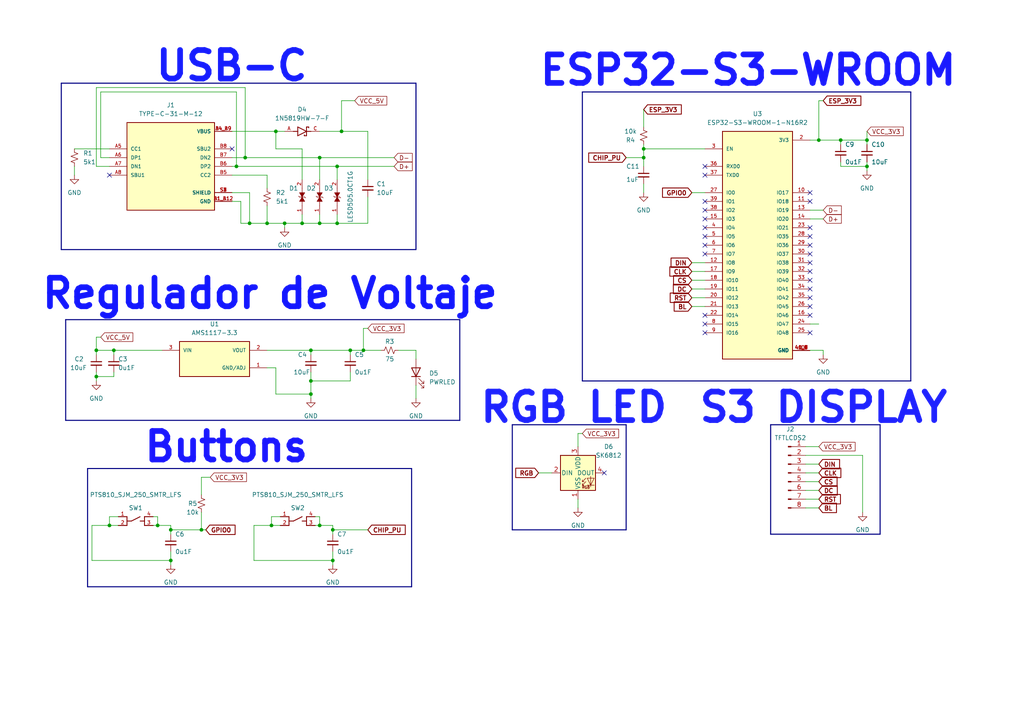
<source format=kicad_sch>
(kicad_sch (version 20230121) (generator eeschema)

  (uuid d3b73f7f-1045-4034-9ca4-cd558a833ef6)

  (paper "A4")

  (lib_symbols
    (symbol "1N5819HW-7-F:1N5819HW-7-F" (pin_names (offset 1.016)) (in_bom yes) (on_board yes)
      (property "Reference" "D" (at -5.08 2.54 0)
        (effects (font (size 1.27 1.27)) (justify left bottom))
      )
      (property "Value" "1N5819HW-7-F" (at -5.08 -3.81 0)
        (effects (font (size 1.27 1.27)) (justify left bottom))
      )
      (property "Footprint" "1N5819HW-7-F:SOD3715X145N" (at 0 0 0)
        (effects (font (size 1.27 1.27)) (justify bottom) hide)
      )
      (property "Datasheet" "" (at 0 0 0)
        (effects (font (size 1.27 1.27)) hide)
      )
      (property "MF" "Diodes Inc." (at 0 0 0)
        (effects (font (size 1.27 1.27)) (justify bottom) hide)
      )
      (property "Description" "\n                        \n                            Diode Schottky 1A 40V SOD123 | Diodes Inc 1N5819HW-7-F\n                        \n" (at 0 0 0)
        (effects (font (size 1.27 1.27)) (justify bottom) hide)
      )
      (property "Package" "SOD-123 Fairchild Semiconductor" (at 0 0 0)
        (effects (font (size 1.27 1.27)) (justify bottom) hide)
      )
      (property "Price" "None" (at 0 0 0)
        (effects (font (size 1.27 1.27)) (justify bottom) hide)
      )
      (property "Check_prices" "https://www.snapeda.com/parts/1N5819HW-7-F/Diodes+Inc./view-part/?ref=eda" (at 0 0 0)
        (effects (font (size 1.27 1.27)) (justify bottom) hide)
      )
      (property "STANDARD" "IPC-7351B" (at 0 0 0)
        (effects (font (size 1.27 1.27)) (justify bottom) hide)
      )
      (property "PARTREV" "18-2" (at 0 0 0)
        (effects (font (size 1.27 1.27)) (justify bottom) hide)
      )
      (property "SnapEDA_Link" "https://www.snapeda.com/parts/1N5819HW-7-F/Diodes+Inc./view-part/?ref=snap" (at 0 0 0)
        (effects (font (size 1.27 1.27)) (justify bottom) hide)
      )
      (property "MP" "1N5819HW-7-F" (at 0 0 0)
        (effects (font (size 1.27 1.27)) (justify bottom) hide)
      )
      (property "Availability" "In Stock" (at 0 0 0)
        (effects (font (size 1.27 1.27)) (justify bottom) hide)
      )
      (property "MANUFACTURER" "Diodes Inc." (at 0 0 0)
        (effects (font (size 1.27 1.27)) (justify bottom) hide)
      )
      (symbol "1N5819HW-7-F_0_0"
        (polyline
          (pts
            (xy -2.54 0)
            (xy -1.27 0)
          )
          (stroke (width 0.254) (type default))
          (fill (type none))
        )
        (polyline
          (pts
            (xy -1.27 -1.27)
            (xy 1.27 0)
          )
          (stroke (width 0.254) (type default))
          (fill (type none))
        )
        (polyline
          (pts
            (xy -1.27 0)
            (xy -1.27 -1.27)
          )
          (stroke (width 0.254) (type default))
          (fill (type none))
        )
        (polyline
          (pts
            (xy -1.27 1.27)
            (xy -1.27 0)
          )
          (stroke (width 0.254) (type default))
          (fill (type none))
        )
        (polyline
          (pts
            (xy 0.635 -1.016)
            (xy 0.635 -1.27)
          )
          (stroke (width 0.254) (type default))
          (fill (type none))
        )
        (polyline
          (pts
            (xy 1.27 -1.27)
            (xy 0.635 -1.27)
          )
          (stroke (width 0.254) (type default))
          (fill (type none))
        )
        (polyline
          (pts
            (xy 1.27 0)
            (xy -1.27 1.27)
          )
          (stroke (width 0.254) (type default))
          (fill (type none))
        )
        (polyline
          (pts
            (xy 1.27 0)
            (xy 1.27 -1.27)
          )
          (stroke (width 0.254) (type default))
          (fill (type none))
        )
        (polyline
          (pts
            (xy 1.27 1.27)
            (xy 1.27 0)
          )
          (stroke (width 0.254) (type default))
          (fill (type none))
        )
        (polyline
          (pts
            (xy 1.905 1.27)
            (xy 1.27 1.27)
          )
          (stroke (width 0.254) (type default))
          (fill (type none))
        )
        (polyline
          (pts
            (xy 1.905 1.27)
            (xy 1.905 1.016)
          )
          (stroke (width 0.254) (type default))
          (fill (type none))
        )
        (polyline
          (pts
            (xy 2.54 0)
            (xy 1.27 0)
          )
          (stroke (width 0.254) (type default))
          (fill (type none))
        )
        (pin passive line (at -5.08 0 0) (length 2.54)
          (name "~" (effects (font (size 1.016 1.016))))
          (number "A" (effects (font (size 1.016 1.016))))
        )
        (pin passive line (at 5.08 0 180) (length 2.54)
          (name "~" (effects (font (size 1.016 1.016))))
          (number "C" (effects (font (size 1.016 1.016))))
        )
      )
    )
    (symbol "AMS1117-3.3:AMS1117-3.3" (pin_names (offset 1.016)) (in_bom yes) (on_board yes)
      (property "Reference" "U" (at -10.16 5.588 0)
        (effects (font (size 1.27 1.27)) (justify left bottom))
      )
      (property "Value" "AMS1117-3.3" (at -10.16 -8.128 0)
        (effects (font (size 1.27 1.27)) (justify left bottom))
      )
      (property "Footprint" "AMS1117-3.3:SOT229P700X180-4N" (at 0 0 0)
        (effects (font (size 1.27 1.27)) (justify bottom) hide)
      )
      (property "Datasheet" "" (at 0 0 0)
        (effects (font (size 1.27 1.27)) hide)
      )
      (property "MF" "ams AG" (at 0 0 0)
        (effects (font (size 1.27 1.27)) (justify bottom) hide)
      )
      (property "MAXIMUM_PACKAGE_HEIGHT" "1.8 mm" (at 0 0 0)
        (effects (font (size 1.27 1.27)) (justify bottom) hide)
      )
      (property "Package" "SOT-223 Seeed Technology" (at 0 0 0)
        (effects (font (size 1.27 1.27)) (justify bottom) hide)
      )
      (property "Price" "None" (at 0 0 0)
        (effects (font (size 1.27 1.27)) (justify bottom) hide)
      )
      (property "Check_prices" "https://www.snapeda.com/parts/AMS1117-3.3/ams/view-part/?ref=eda" (at 0 0 0)
        (effects (font (size 1.27 1.27)) (justify bottom) hide)
      )
      (property "STANDARD" "IPC 7351B" (at 0 0 0)
        (effects (font (size 1.27 1.27)) (justify bottom) hide)
      )
      (property "PARTREV" "N/A" (at 0 0 0)
        (effects (font (size 1.27 1.27)) (justify bottom) hide)
      )
      (property "SnapEDA_Link" "https://www.snapeda.com/parts/AMS1117-3.3/ams/view-part/?ref=snap" (at 0 0 0)
        (effects (font (size 1.27 1.27)) (justify bottom) hide)
      )
      (property "SNAPEDA_PACKAGE_ID" "71280" (at 0 0 0)
        (effects (font (size 1.27 1.27)) (justify bottom) hide)
      )
      (property "MP" "AMS1117-3.3" (at 0 0 0)
        (effects (font (size 1.27 1.27)) (justify bottom) hide)
      )
      (property "Description" "\n                        \n                            LDO Voltage Regulators 800MA LDO LINEAR REG\n                        \n" (at 0 0 0)
        (effects (font (size 1.27 1.27)) (justify bottom) hide)
      )
      (property "MANUFACTURER" "Advanced Monolithic Systems" (at 0 0 0)
        (effects (font (size 1.27 1.27)) (justify bottom) hide)
      )
      (property "Availability" "Not in stock" (at 0 0 0)
        (effects (font (size 1.27 1.27)) (justify bottom) hide)
      )
      (property "SNAPEDA_PN" "AMS1117-3.3" (at 0 0 0)
        (effects (font (size 1.27 1.27)) (justify bottom) hide)
      )
      (symbol "AMS1117-3.3_0_0"
        (rectangle (start -10.16 -5.08) (end 10.16 5.08)
          (stroke (width 0.254) (type default))
          (fill (type background))
        )
        (pin power_in line (at 15.24 -2.54 180) (length 5.08)
          (name "GND/ADJ" (effects (font (size 1.016 1.016))))
          (number "1" (effects (font (size 1.016 1.016))))
        )
        (pin output line (at 15.24 2.54 180) (length 5.08)
          (name "VOUT" (effects (font (size 1.016 1.016))))
          (number "2" (effects (font (size 1.016 1.016))))
        )
        (pin input line (at -15.24 2.54 0) (length 5.08)
          (name "VIN" (effects (font (size 1.016 1.016))))
          (number "3" (effects (font (size 1.016 1.016))))
        )
      )
    )
    (symbol "Connector:Conn_01x08_Pin" (pin_names (offset 1.016) hide) (in_bom yes) (on_board yes)
      (property "Reference" "J" (at 0 10.16 0)
        (effects (font (size 1.27 1.27)))
      )
      (property "Value" "Conn_01x08_Pin" (at 0 -12.7 0)
        (effects (font (size 1.27 1.27)))
      )
      (property "Footprint" "" (at 0 0 0)
        (effects (font (size 1.27 1.27)) hide)
      )
      (property "Datasheet" "~" (at 0 0 0)
        (effects (font (size 1.27 1.27)) hide)
      )
      (property "ki_locked" "" (at 0 0 0)
        (effects (font (size 1.27 1.27)))
      )
      (property "ki_keywords" "connector" (at 0 0 0)
        (effects (font (size 1.27 1.27)) hide)
      )
      (property "ki_description" "Generic connector, single row, 01x08, script generated" (at 0 0 0)
        (effects (font (size 1.27 1.27)) hide)
      )
      (property "ki_fp_filters" "Connector*:*_1x??_*" (at 0 0 0)
        (effects (font (size 1.27 1.27)) hide)
      )
      (symbol "Conn_01x08_Pin_1_1"
        (polyline
          (pts
            (xy 1.27 -10.16)
            (xy 0.8636 -10.16)
          )
          (stroke (width 0.1524) (type default))
          (fill (type none))
        )
        (polyline
          (pts
            (xy 1.27 -7.62)
            (xy 0.8636 -7.62)
          )
          (stroke (width 0.1524) (type default))
          (fill (type none))
        )
        (polyline
          (pts
            (xy 1.27 -5.08)
            (xy 0.8636 -5.08)
          )
          (stroke (width 0.1524) (type default))
          (fill (type none))
        )
        (polyline
          (pts
            (xy 1.27 -2.54)
            (xy 0.8636 -2.54)
          )
          (stroke (width 0.1524) (type default))
          (fill (type none))
        )
        (polyline
          (pts
            (xy 1.27 0)
            (xy 0.8636 0)
          )
          (stroke (width 0.1524) (type default))
          (fill (type none))
        )
        (polyline
          (pts
            (xy 1.27 2.54)
            (xy 0.8636 2.54)
          )
          (stroke (width 0.1524) (type default))
          (fill (type none))
        )
        (polyline
          (pts
            (xy 1.27 5.08)
            (xy 0.8636 5.08)
          )
          (stroke (width 0.1524) (type default))
          (fill (type none))
        )
        (polyline
          (pts
            (xy 1.27 7.62)
            (xy 0.8636 7.62)
          )
          (stroke (width 0.1524) (type default))
          (fill (type none))
        )
        (rectangle (start 0.8636 -10.033) (end 0 -10.287)
          (stroke (width 0.1524) (type default))
          (fill (type outline))
        )
        (rectangle (start 0.8636 -7.493) (end 0 -7.747)
          (stroke (width 0.1524) (type default))
          (fill (type outline))
        )
        (rectangle (start 0.8636 -4.953) (end 0 -5.207)
          (stroke (width 0.1524) (type default))
          (fill (type outline))
        )
        (rectangle (start 0.8636 -2.413) (end 0 -2.667)
          (stroke (width 0.1524) (type default))
          (fill (type outline))
        )
        (rectangle (start 0.8636 0.127) (end 0 -0.127)
          (stroke (width 0.1524) (type default))
          (fill (type outline))
        )
        (rectangle (start 0.8636 2.667) (end 0 2.413)
          (stroke (width 0.1524) (type default))
          (fill (type outline))
        )
        (rectangle (start 0.8636 5.207) (end 0 4.953)
          (stroke (width 0.1524) (type default))
          (fill (type outline))
        )
        (rectangle (start 0.8636 7.747) (end 0 7.493)
          (stroke (width 0.1524) (type default))
          (fill (type outline))
        )
        (pin passive line (at 5.08 7.62 180) (length 3.81)
          (name "Pin_1" (effects (font (size 1.27 1.27))))
          (number "1" (effects (font (size 1.27 1.27))))
        )
        (pin passive line (at 5.08 5.08 180) (length 3.81)
          (name "Pin_2" (effects (font (size 1.27 1.27))))
          (number "2" (effects (font (size 1.27 1.27))))
        )
        (pin passive line (at 5.08 2.54 180) (length 3.81)
          (name "Pin_3" (effects (font (size 1.27 1.27))))
          (number "3" (effects (font (size 1.27 1.27))))
        )
        (pin passive line (at 5.08 0 180) (length 3.81)
          (name "Pin_4" (effects (font (size 1.27 1.27))))
          (number "4" (effects (font (size 1.27 1.27))))
        )
        (pin passive line (at 5.08 -2.54 180) (length 3.81)
          (name "Pin_5" (effects (font (size 1.27 1.27))))
          (number "5" (effects (font (size 1.27 1.27))))
        )
        (pin passive line (at 5.08 -5.08 180) (length 3.81)
          (name "Pin_6" (effects (font (size 1.27 1.27))))
          (number "6" (effects (font (size 1.27 1.27))))
        )
        (pin passive line (at 5.08 -7.62 180) (length 3.81)
          (name "Pin_7" (effects (font (size 1.27 1.27))))
          (number "7" (effects (font (size 1.27 1.27))))
        )
        (pin passive line (at 5.08 -10.16 180) (length 3.81)
          (name "Pin_8" (effects (font (size 1.27 1.27))))
          (number "8" (effects (font (size 1.27 1.27))))
        )
      )
    )
    (symbol "Device:C_Small" (pin_numbers hide) (pin_names (offset 0.254) hide) (in_bom yes) (on_board yes)
      (property "Reference" "C" (at 0.254 1.778 0)
        (effects (font (size 1.27 1.27)) (justify left))
      )
      (property "Value" "C_Small" (at 0.254 -2.032 0)
        (effects (font (size 1.27 1.27)) (justify left))
      )
      (property "Footprint" "" (at 0 0 0)
        (effects (font (size 1.27 1.27)) hide)
      )
      (property "Datasheet" "~" (at 0 0 0)
        (effects (font (size 1.27 1.27)) hide)
      )
      (property "ki_keywords" "capacitor cap" (at 0 0 0)
        (effects (font (size 1.27 1.27)) hide)
      )
      (property "ki_description" "Unpolarized capacitor, small symbol" (at 0 0 0)
        (effects (font (size 1.27 1.27)) hide)
      )
      (property "ki_fp_filters" "C_*" (at 0 0 0)
        (effects (font (size 1.27 1.27)) hide)
      )
      (symbol "C_Small_0_1"
        (polyline
          (pts
            (xy -1.524 -0.508)
            (xy 1.524 -0.508)
          )
          (stroke (width 0.3302) (type default))
          (fill (type none))
        )
        (polyline
          (pts
            (xy -1.524 0.508)
            (xy 1.524 0.508)
          )
          (stroke (width 0.3048) (type default))
          (fill (type none))
        )
      )
      (symbol "C_Small_1_1"
        (pin passive line (at 0 2.54 270) (length 2.032)
          (name "~" (effects (font (size 1.27 1.27))))
          (number "1" (effects (font (size 1.27 1.27))))
        )
        (pin passive line (at 0 -2.54 90) (length 2.032)
          (name "~" (effects (font (size 1.27 1.27))))
          (number "2" (effects (font (size 1.27 1.27))))
        )
      )
    )
    (symbol "Device:LED" (pin_numbers hide) (pin_names (offset 1.016) hide) (in_bom yes) (on_board yes)
      (property "Reference" "D" (at 0 2.54 0)
        (effects (font (size 1.27 1.27)))
      )
      (property "Value" "LED" (at 0 -2.54 0)
        (effects (font (size 1.27 1.27)))
      )
      (property "Footprint" "" (at 0 0 0)
        (effects (font (size 1.27 1.27)) hide)
      )
      (property "Datasheet" "~" (at 0 0 0)
        (effects (font (size 1.27 1.27)) hide)
      )
      (property "ki_keywords" "LED diode" (at 0 0 0)
        (effects (font (size 1.27 1.27)) hide)
      )
      (property "ki_description" "Light emitting diode" (at 0 0 0)
        (effects (font (size 1.27 1.27)) hide)
      )
      (property "ki_fp_filters" "LED* LED_SMD:* LED_THT:*" (at 0 0 0)
        (effects (font (size 1.27 1.27)) hide)
      )
      (symbol "LED_0_1"
        (polyline
          (pts
            (xy -1.27 -1.27)
            (xy -1.27 1.27)
          )
          (stroke (width 0.254) (type default))
          (fill (type none))
        )
        (polyline
          (pts
            (xy -1.27 0)
            (xy 1.27 0)
          )
          (stroke (width 0) (type default))
          (fill (type none))
        )
        (polyline
          (pts
            (xy 1.27 -1.27)
            (xy 1.27 1.27)
            (xy -1.27 0)
            (xy 1.27 -1.27)
          )
          (stroke (width 0.254) (type default))
          (fill (type none))
        )
        (polyline
          (pts
            (xy -3.048 -0.762)
            (xy -4.572 -2.286)
            (xy -3.81 -2.286)
            (xy -4.572 -2.286)
            (xy -4.572 -1.524)
          )
          (stroke (width 0) (type default))
          (fill (type none))
        )
        (polyline
          (pts
            (xy -1.778 -0.762)
            (xy -3.302 -2.286)
            (xy -2.54 -2.286)
            (xy -3.302 -2.286)
            (xy -3.302 -1.524)
          )
          (stroke (width 0) (type default))
          (fill (type none))
        )
      )
      (symbol "LED_1_1"
        (pin passive line (at -3.81 0 0) (length 2.54)
          (name "K" (effects (font (size 1.27 1.27))))
          (number "1" (effects (font (size 1.27 1.27))))
        )
        (pin passive line (at 3.81 0 180) (length 2.54)
          (name "A" (effects (font (size 1.27 1.27))))
          (number "2" (effects (font (size 1.27 1.27))))
        )
      )
    )
    (symbol "Device:R_Small_US" (pin_numbers hide) (pin_names (offset 0.254) hide) (in_bom yes) (on_board yes)
      (property "Reference" "R" (at 0.762 0.508 0)
        (effects (font (size 1.27 1.27)) (justify left))
      )
      (property "Value" "R_Small_US" (at 0.762 -1.016 0)
        (effects (font (size 1.27 1.27)) (justify left))
      )
      (property "Footprint" "" (at 0 0 0)
        (effects (font (size 1.27 1.27)) hide)
      )
      (property "Datasheet" "~" (at 0 0 0)
        (effects (font (size 1.27 1.27)) hide)
      )
      (property "ki_keywords" "r resistor" (at 0 0 0)
        (effects (font (size 1.27 1.27)) hide)
      )
      (property "ki_description" "Resistor, small US symbol" (at 0 0 0)
        (effects (font (size 1.27 1.27)) hide)
      )
      (property "ki_fp_filters" "R_*" (at 0 0 0)
        (effects (font (size 1.27 1.27)) hide)
      )
      (symbol "R_Small_US_1_1"
        (polyline
          (pts
            (xy 0 0)
            (xy 1.016 -0.381)
            (xy 0 -0.762)
            (xy -1.016 -1.143)
            (xy 0 -1.524)
          )
          (stroke (width 0) (type default))
          (fill (type none))
        )
        (polyline
          (pts
            (xy 0 1.524)
            (xy 1.016 1.143)
            (xy 0 0.762)
            (xy -1.016 0.381)
            (xy 0 0)
          )
          (stroke (width 0) (type default))
          (fill (type none))
        )
        (pin passive line (at 0 2.54 270) (length 1.016)
          (name "~" (effects (font (size 1.27 1.27))))
          (number "1" (effects (font (size 1.27 1.27))))
        )
        (pin passive line (at 0 -2.54 90) (length 1.016)
          (name "~" (effects (font (size 1.27 1.27))))
          (number "2" (effects (font (size 1.27 1.27))))
        )
      )
    )
    (symbol "ESP32-S3-WROOM-1-N16R2:ESP32-S3-WROOM-1-N16R2" (pin_names (offset 1.016)) (in_bom yes) (on_board yes)
      (property "Reference" "U" (at -10.16 34.1122 0)
        (effects (font (size 1.27 1.27)) (justify left bottom))
      )
      (property "Value" "ESP32-S3-WROOM-1-N16R2" (at -10.16 -35.56 0)
        (effects (font (size 1.27 1.27)) (justify left bottom))
      )
      (property "Footprint" "ESP32-S3-WROOM-1-N16R2:XCVR_ESP32-S3-WROOM-1-N16R2" (at 0 0 0)
        (effects (font (size 1.27 1.27)) (justify bottom) hide)
      )
      (property "Datasheet" "" (at 0 0 0)
        (effects (font (size 1.27 1.27)) hide)
      )
      (property "MF" "Espressif Systems" (at 0 0 0)
        (effects (font (size 1.27 1.27)) (justify bottom) hide)
      )
      (property "MAXIMUM_PACKAGE_HEIGHT" "3.25mm" (at 0 0 0)
        (effects (font (size 1.27 1.27)) (justify bottom) hide)
      )
      (property "Package" "NON STANDARD Espressif Systems" (at 0 0 0)
        (effects (font (size 1.27 1.27)) (justify bottom) hide)
      )
      (property "Price" "None" (at 0 0 0)
        (effects (font (size 1.27 1.27)) (justify bottom) hide)
      )
      (property "Check_prices" "https://www.snapeda.com/parts/ESP32-S3-WROOM-1-N16R2/Espressif+Systems/view-part/?ref=eda" (at 0 0 0)
        (effects (font (size 1.27 1.27)) (justify bottom) hide)
      )
      (property "STANDARD" "Manufacturer Recommendations" (at 0 0 0)
        (effects (font (size 1.27 1.27)) (justify bottom) hide)
      )
      (property "PARTREV" "v1.0" (at 0 0 0)
        (effects (font (size 1.27 1.27)) (justify bottom) hide)
      )
      (property "SnapEDA_Link" "https://www.snapeda.com/parts/ESP32-S3-WROOM-1-N16R2/Espressif+Systems/view-part/?ref=snap" (at 0 0 0)
        (effects (font (size 1.27 1.27)) (justify bottom) hide)
      )
      (property "MP" "ESP32-S3-WROOM-1-N16R2" (at 0 0 0)
        (effects (font (size 1.27 1.27)) (justify bottom) hide)
      )
      (property "Description" "\n                        \n                            Bluetooth, WiFi 802.11b/g/n, Bluetooth v5.0 Transceiver Module 2.4GHz PCB Trace Surface Mount\n                        \n" (at 0 0 0)
        (effects (font (size 1.27 1.27)) (justify bottom) hide)
      )
      (property "Availability" "In Stock" (at 0 0 0)
        (effects (font (size 1.27 1.27)) (justify bottom) hide)
      )
      (property "MANUFACTURER" "Espressif" (at 0 0 0)
        (effects (font (size 1.27 1.27)) (justify bottom) hide)
      )
      (symbol "ESP32-S3-WROOM-1-N16R2_0_0"
        (rectangle (start -10.16 -33.02) (end 10.16 33.02)
          (stroke (width 0.254) (type default))
          (fill (type background))
        )
        (pin power_in line (at 15.24 -30.48 180) (length 5.08)
          (name "GND" (effects (font (size 1.016 1.016))))
          (number "1" (effects (font (size 1.016 1.016))))
        )
        (pin bidirectional line (at 15.24 15.24 180) (length 5.08)
          (name "IO17" (effects (font (size 1.016 1.016))))
          (number "10" (effects (font (size 1.016 1.016))))
        )
        (pin bidirectional line (at 15.24 12.7 180) (length 5.08)
          (name "IO18" (effects (font (size 1.016 1.016))))
          (number "11" (effects (font (size 1.016 1.016))))
        )
        (pin bidirectional line (at -15.24 -5.08 0) (length 5.08)
          (name "IO8" (effects (font (size 1.016 1.016))))
          (number "12" (effects (font (size 1.016 1.016))))
        )
        (pin bidirectional line (at 15.24 10.16 180) (length 5.08)
          (name "IO19" (effects (font (size 1.016 1.016))))
          (number "13" (effects (font (size 1.016 1.016))))
        )
        (pin bidirectional line (at 15.24 7.62 180) (length 5.08)
          (name "IO20" (effects (font (size 1.016 1.016))))
          (number "14" (effects (font (size 1.016 1.016))))
        )
        (pin bidirectional line (at -15.24 7.62 0) (length 5.08)
          (name "IO3" (effects (font (size 1.016 1.016))))
          (number "15" (effects (font (size 1.016 1.016))))
        )
        (pin bidirectional line (at 15.24 -20.32 180) (length 5.08)
          (name "IO46" (effects (font (size 1.016 1.016))))
          (number "16" (effects (font (size 1.016 1.016))))
        )
        (pin bidirectional line (at -15.24 -7.62 0) (length 5.08)
          (name "IO9" (effects (font (size 1.016 1.016))))
          (number "17" (effects (font (size 1.016 1.016))))
        )
        (pin bidirectional line (at -15.24 -10.16 0) (length 5.08)
          (name "IO10" (effects (font (size 1.016 1.016))))
          (number "18" (effects (font (size 1.016 1.016))))
        )
        (pin bidirectional line (at -15.24 -12.7 0) (length 5.08)
          (name "IO11" (effects (font (size 1.016 1.016))))
          (number "19" (effects (font (size 1.016 1.016))))
        )
        (pin power_in line (at 15.24 30.48 180) (length 5.08)
          (name "3V3" (effects (font (size 1.016 1.016))))
          (number "2" (effects (font (size 1.016 1.016))))
        )
        (pin bidirectional line (at -15.24 -15.24 0) (length 5.08)
          (name "IO12" (effects (font (size 1.016 1.016))))
          (number "20" (effects (font (size 1.016 1.016))))
        )
        (pin bidirectional line (at -15.24 -17.78 0) (length 5.08)
          (name "IO13" (effects (font (size 1.016 1.016))))
          (number "21" (effects (font (size 1.016 1.016))))
        )
        (pin bidirectional line (at -15.24 -20.32 0) (length 5.08)
          (name "IO14" (effects (font (size 1.016 1.016))))
          (number "22" (effects (font (size 1.016 1.016))))
        )
        (pin bidirectional line (at 15.24 5.08 180) (length 5.08)
          (name "IO21" (effects (font (size 1.016 1.016))))
          (number "23" (effects (font (size 1.016 1.016))))
        )
        (pin bidirectional line (at 15.24 -22.86 180) (length 5.08)
          (name "IO47" (effects (font (size 1.016 1.016))))
          (number "24" (effects (font (size 1.016 1.016))))
        )
        (pin bidirectional line (at 15.24 -25.4 180) (length 5.08)
          (name "IO48" (effects (font (size 1.016 1.016))))
          (number "25" (effects (font (size 1.016 1.016))))
        )
        (pin bidirectional line (at 15.24 -17.78 180) (length 5.08)
          (name "IO45" (effects (font (size 1.016 1.016))))
          (number "26" (effects (font (size 1.016 1.016))))
        )
        (pin bidirectional line (at -15.24 15.24 0) (length 5.08)
          (name "IO0" (effects (font (size 1.016 1.016))))
          (number "27" (effects (font (size 1.016 1.016))))
        )
        (pin bidirectional line (at 15.24 2.54 180) (length 5.08)
          (name "IO35" (effects (font (size 1.016 1.016))))
          (number "28" (effects (font (size 1.016 1.016))))
        )
        (pin bidirectional line (at 15.24 0 180) (length 5.08)
          (name "IO36" (effects (font (size 1.016 1.016))))
          (number "29" (effects (font (size 1.016 1.016))))
        )
        (pin input line (at -15.24 27.94 0) (length 5.08)
          (name "EN" (effects (font (size 1.016 1.016))))
          (number "3" (effects (font (size 1.016 1.016))))
        )
        (pin bidirectional line (at 15.24 -2.54 180) (length 5.08)
          (name "IO37" (effects (font (size 1.016 1.016))))
          (number "30" (effects (font (size 1.016 1.016))))
        )
        (pin bidirectional line (at 15.24 -5.08 180) (length 5.08)
          (name "IO38" (effects (font (size 1.016 1.016))))
          (number "31" (effects (font (size 1.016 1.016))))
        )
        (pin bidirectional line (at 15.24 -7.62 180) (length 5.08)
          (name "IO39" (effects (font (size 1.016 1.016))))
          (number "32" (effects (font (size 1.016 1.016))))
        )
        (pin bidirectional line (at 15.24 -10.16 180) (length 5.08)
          (name "IO40" (effects (font (size 1.016 1.016))))
          (number "33" (effects (font (size 1.016 1.016))))
        )
        (pin bidirectional line (at 15.24 -12.7 180) (length 5.08)
          (name "IO41" (effects (font (size 1.016 1.016))))
          (number "34" (effects (font (size 1.016 1.016))))
        )
        (pin bidirectional line (at 15.24 -15.24 180) (length 5.08)
          (name "IO42" (effects (font (size 1.016 1.016))))
          (number "35" (effects (font (size 1.016 1.016))))
        )
        (pin bidirectional line (at -15.24 22.86 0) (length 5.08)
          (name "RXD0" (effects (font (size 1.016 1.016))))
          (number "36" (effects (font (size 1.016 1.016))))
        )
        (pin bidirectional line (at -15.24 20.32 0) (length 5.08)
          (name "TXD0" (effects (font (size 1.016 1.016))))
          (number "37" (effects (font (size 1.016 1.016))))
        )
        (pin bidirectional line (at -15.24 10.16 0) (length 5.08)
          (name "IO2" (effects (font (size 1.016 1.016))))
          (number "38" (effects (font (size 1.016 1.016))))
        )
        (pin bidirectional line (at -15.24 12.7 0) (length 5.08)
          (name "IO1" (effects (font (size 1.016 1.016))))
          (number "39" (effects (font (size 1.016 1.016))))
        )
        (pin bidirectional line (at -15.24 5.08 0) (length 5.08)
          (name "IO4" (effects (font (size 1.016 1.016))))
          (number "4" (effects (font (size 1.016 1.016))))
        )
        (pin power_in line (at 15.24 -30.48 180) (length 5.08)
          (name "GND" (effects (font (size 1.016 1.016))))
          (number "40" (effects (font (size 1.016 1.016))))
        )
        (pin power_in line (at 15.24 -30.48 180) (length 5.08)
          (name "GND" (effects (font (size 1.016 1.016))))
          (number "41_1" (effects (font (size 1.016 1.016))))
        )
        (pin power_in line (at 15.24 -30.48 180) (length 5.08)
          (name "GND" (effects (font (size 1.016 1.016))))
          (number "41_2" (effects (font (size 1.016 1.016))))
        )
        (pin power_in line (at 15.24 -30.48 180) (length 5.08)
          (name "GND" (effects (font (size 1.016 1.016))))
          (number "41_3" (effects (font (size 1.016 1.016))))
        )
        (pin power_in line (at 15.24 -30.48 180) (length 5.08)
          (name "GND" (effects (font (size 1.016 1.016))))
          (number "41_4" (effects (font (size 1.016 1.016))))
        )
        (pin power_in line (at 15.24 -30.48 180) (length 5.08)
          (name "GND" (effects (font (size 1.016 1.016))))
          (number "41_5" (effects (font (size 1.016 1.016))))
        )
        (pin power_in line (at 15.24 -30.48 180) (length 5.08)
          (name "GND" (effects (font (size 1.016 1.016))))
          (number "41_6" (effects (font (size 1.016 1.016))))
        )
        (pin power_in line (at 15.24 -30.48 180) (length 5.08)
          (name "GND" (effects (font (size 1.016 1.016))))
          (number "41_7" (effects (font (size 1.016 1.016))))
        )
        (pin power_in line (at 15.24 -30.48 180) (length 5.08)
          (name "GND" (effects (font (size 1.016 1.016))))
          (number "41_8" (effects (font (size 1.016 1.016))))
        )
        (pin power_in line (at 15.24 -30.48 180) (length 5.08)
          (name "GND" (effects (font (size 1.016 1.016))))
          (number "41_9" (effects (font (size 1.016 1.016))))
        )
        (pin bidirectional line (at -15.24 2.54 0) (length 5.08)
          (name "IO5" (effects (font (size 1.016 1.016))))
          (number "5" (effects (font (size 1.016 1.016))))
        )
        (pin bidirectional line (at -15.24 0 0) (length 5.08)
          (name "IO6" (effects (font (size 1.016 1.016))))
          (number "6" (effects (font (size 1.016 1.016))))
        )
        (pin bidirectional line (at -15.24 -2.54 0) (length 5.08)
          (name "IO7" (effects (font (size 1.016 1.016))))
          (number "7" (effects (font (size 1.016 1.016))))
        )
        (pin bidirectional line (at -15.24 -22.86 0) (length 5.08)
          (name "IO15" (effects (font (size 1.016 1.016))))
          (number "8" (effects (font (size 1.016 1.016))))
        )
        (pin bidirectional line (at -15.24 -25.4 0) (length 5.08)
          (name "IO16" (effects (font (size 1.016 1.016))))
          (number "9" (effects (font (size 1.016 1.016))))
        )
      )
    )
    (symbol "LED:SK6812" (pin_names (offset 0.254)) (in_bom yes) (on_board yes)
      (property "Reference" "D" (at 5.08 5.715 0)
        (effects (font (size 1.27 1.27)) (justify right bottom))
      )
      (property "Value" "SK6812" (at 1.27 -5.715 0)
        (effects (font (size 1.27 1.27)) (justify left top))
      )
      (property "Footprint" "LED_SMD:LED_SK6812_PLCC4_5.0x5.0mm_P3.2mm" (at 1.27 -7.62 0)
        (effects (font (size 1.27 1.27)) (justify left top) hide)
      )
      (property "Datasheet" "https://cdn-shop.adafruit.com/product-files/1138/SK6812+LED+datasheet+.pdf" (at 2.54 -9.525 0)
        (effects (font (size 1.27 1.27)) (justify left top) hide)
      )
      (property "ki_keywords" "RGB LED NeoPixel addressable" (at 0 0 0)
        (effects (font (size 1.27 1.27)) hide)
      )
      (property "ki_description" "RGB LED with integrated controller" (at 0 0 0)
        (effects (font (size 1.27 1.27)) hide)
      )
      (property "ki_fp_filters" "LED*SK6812*PLCC*5.0x5.0mm*P3.2mm*" (at 0 0 0)
        (effects (font (size 1.27 1.27)) hide)
      )
      (symbol "SK6812_0_0"
        (text "RGB" (at 2.286 -4.191 0)
          (effects (font (size 0.762 0.762)))
        )
      )
      (symbol "SK6812_0_1"
        (polyline
          (pts
            (xy 1.27 -3.556)
            (xy 1.778 -3.556)
          )
          (stroke (width 0) (type default))
          (fill (type none))
        )
        (polyline
          (pts
            (xy 1.27 -2.54)
            (xy 1.778 -2.54)
          )
          (stroke (width 0) (type default))
          (fill (type none))
        )
        (polyline
          (pts
            (xy 4.699 -3.556)
            (xy 2.667 -3.556)
          )
          (stroke (width 0) (type default))
          (fill (type none))
        )
        (polyline
          (pts
            (xy 2.286 -2.54)
            (xy 1.27 -3.556)
            (xy 1.27 -3.048)
          )
          (stroke (width 0) (type default))
          (fill (type none))
        )
        (polyline
          (pts
            (xy 2.286 -1.524)
            (xy 1.27 -2.54)
            (xy 1.27 -2.032)
          )
          (stroke (width 0) (type default))
          (fill (type none))
        )
        (polyline
          (pts
            (xy 3.683 -1.016)
            (xy 3.683 -3.556)
            (xy 3.683 -4.064)
          )
          (stroke (width 0) (type default))
          (fill (type none))
        )
        (polyline
          (pts
            (xy 4.699 -1.524)
            (xy 2.667 -1.524)
            (xy 3.683 -3.556)
            (xy 4.699 -1.524)
          )
          (stroke (width 0) (type default))
          (fill (type none))
        )
        (rectangle (start 5.08 5.08) (end -5.08 -5.08)
          (stroke (width 0.254) (type default))
          (fill (type background))
        )
      )
      (symbol "SK6812_1_1"
        (pin power_in line (at 0 -7.62 90) (length 2.54)
          (name "VSS" (effects (font (size 1.27 1.27))))
          (number "1" (effects (font (size 1.27 1.27))))
        )
        (pin input line (at -7.62 0 0) (length 2.54)
          (name "DIN" (effects (font (size 1.27 1.27))))
          (number "2" (effects (font (size 1.27 1.27))))
        )
        (pin power_in line (at 0 7.62 270) (length 2.54)
          (name "VDD" (effects (font (size 1.27 1.27))))
          (number "3" (effects (font (size 1.27 1.27))))
        )
        (pin output line (at 7.62 0 180) (length 2.54)
          (name "DOUT" (effects (font (size 1.27 1.27))))
          (number "4" (effects (font (size 1.27 1.27))))
        )
      )
    )
    (symbol "LESD5D5.0CT1G:LESD5D5.0CT1G" (pin_names (offset 1.016)) (in_bom yes) (on_board yes)
      (property "Reference" "D" (at -5.08 2.54 0)
        (effects (font (size 1.27 1.27)) (justify left bottom))
      )
      (property "Value" "LESD5D5.0CT1G" (at -5.08 -5.08 0)
        (effects (font (size 1.27 1.27)) (justify left bottom))
      )
      (property "Footprint" "LESD5D5.0CT1G:TVS_LESD5D5.0CT1G" (at 0 0 0)
        (effects (font (size 1.27 1.27)) (justify bottom) hide)
      )
      (property "Datasheet" "" (at 0 0 0)
        (effects (font (size 1.27 1.27)) hide)
      )
      (property "MF" "Leshan Radio Co." (at 0 0 0)
        (effects (font (size 1.27 1.27)) (justify bottom) hide)
      )
      (property "MAXIMUM_PACKAGE_HEIGHT" "0.7 mm" (at 0 0 0)
        (effects (font (size 1.27 1.27)) (justify bottom) hide)
      )
      (property "Package" "None" (at 0 0 0)
        (effects (font (size 1.27 1.27)) (justify bottom) hide)
      )
      (property "Price" "None" (at 0 0 0)
        (effects (font (size 1.27 1.27)) (justify bottom) hide)
      )
      (property "Check_prices" "https://www.snapeda.com/parts/LESD5D5.0CT1G/Leshan+Radio/view-part/?ref=eda" (at 0 0 0)
        (effects (font (size 1.27 1.27)) (justify bottom) hide)
      )
      (property "STANDARD" "Manufacturer Recommendations" (at 0 0 0)
        (effects (font (size 1.27 1.27)) (justify bottom) hide)
      )
      (property "PARTREV" "O" (at 0 0 0)
        (effects (font (size 1.27 1.27)) (justify bottom) hide)
      )
      (property "SnapEDA_Link" "https://www.snapeda.com/parts/LESD5D5.0CT1G/Leshan+Radio/view-part/?ref=snap" (at 0 0 0)
        (effects (font (size 1.27 1.27)) (justify bottom) hide)
      )
      (property "MP" "LESD5D5.0CT1G" (at 0 0 0)
        (effects (font (size 1.27 1.27)) (justify bottom) hide)
      )
      (property "Description" "\n                        \n                            Transient Voltage Suppressors for ESD Protection\n                        \n" (at 0 0 0)
        (effects (font (size 1.27 1.27)) (justify bottom) hide)
      )
      (property "Availability" "In Stock" (at 0 0 0)
        (effects (font (size 1.27 1.27)) (justify bottom) hide)
      )
      (property "MANUFACTURER" "LRC" (at 0 0 0)
        (effects (font (size 1.27 1.27)) (justify bottom) hide)
      )
      (symbol "LESD5D5.0CT1G_0_0"
        (polyline
          (pts
            (xy -1.27 0)
            (xy -2.54 0)
          )
          (stroke (width 0.1524) (type default))
          (fill (type none))
        )
        (polyline
          (pts
            (xy 0 -0.762)
            (xy -0.254 -1.016)
          )
          (stroke (width 0.1524) (type default))
          (fill (type none))
        )
        (polyline
          (pts
            (xy 0 -0.762)
            (xy 0 0.762)
          )
          (stroke (width 0.1524) (type default))
          (fill (type none))
        )
        (polyline
          (pts
            (xy 0 0.762)
            (xy 0.254 1.016)
          )
          (stroke (width 0.1524) (type default))
          (fill (type none))
        )
        (polyline
          (pts
            (xy 1.27 0)
            (xy 2.54 0)
          )
          (stroke (width 0.1524) (type default))
          (fill (type none))
        )
        (polyline
          (pts
            (xy 0 0)
            (xy -1.27 -0.762)
            (xy -1.27 0.762)
            (xy 0 0)
          )
          (stroke (width 0.1524) (type default))
          (fill (type outline))
        )
        (polyline
          (pts
            (xy 0 0)
            (xy 1.27 0.762)
            (xy 1.27 -0.762)
            (xy 0 0)
          )
          (stroke (width 0.1524) (type default))
          (fill (type outline))
        )
        (pin passive line (at -5.08 0 0) (length 2.54)
          (name "~" (effects (font (size 1.016 1.016))))
          (number "1" (effects (font (size 1.016 1.016))))
        )
        (pin passive line (at 5.08 0 180) (length 2.54)
          (name "~" (effects (font (size 1.016 1.016))))
          (number "2" (effects (font (size 1.016 1.016))))
        )
      )
    )
    (symbol "PTS810_SJM_250_SMTR_LFS:PTS810_SJM_250_SMTR_LFS" (pin_names (offset 1.016)) (in_bom yes) (on_board yes)
      (property "Reference" "SW" (at -3.81 1.27 0)
        (effects (font (size 1.27 1.27)) (justify left bottom))
      )
      (property "Value" "PTS810_SJM_250_SMTR_LFS" (at -5.08 -6.35 0)
        (effects (font (size 1.27 1.27)) (justify left bottom))
      )
      (property "Footprint" "PTS810_SJM_250_SMTR_LFS:SW_PTS810_SJM_250_SMTR_LFS" (at 0 0 0)
        (effects (font (size 1.27 1.27)) (justify bottom) hide)
      )
      (property "Datasheet" "" (at 0 0 0)
        (effects (font (size 1.27 1.27)) hide)
      )
      (property "MF" "C&K" (at 0 0 0)
        (effects (font (size 1.27 1.27)) (justify bottom) hide)
      )
      (property "Description" "\n                        \n                            Tactile Switch SPST-NO Top Actuated Surface Mount\n                        \n" (at 0 0 0)
        (effects (font (size 1.27 1.27)) (justify bottom) hide)
      )
      (property "Package" "None" (at 0 0 0)
        (effects (font (size 1.27 1.27)) (justify bottom) hide)
      )
      (property "Price" "None" (at 0 0 0)
        (effects (font (size 1.27 1.27)) (justify bottom) hide)
      )
      (property "Check_prices" "https://www.snapeda.com/parts/PTS810SJM250SMTRLFS/C%2526K/view-part/?ref=eda" (at 0 0 0)
        (effects (font (size 1.27 1.27)) (justify bottom) hide)
      )
      (property "STANDARD" "Manufacturer Recommendations" (at 0 0 0)
        (effects (font (size 1.27 1.27)) (justify bottom) hide)
      )
      (property "SnapEDA_Link" "https://www.snapeda.com/parts/PTS810SJM250SMTRLFS/C%2526K/view-part/?ref=snap" (at 0 0 0)
        (effects (font (size 1.27 1.27)) (justify bottom) hide)
      )
      (property "MP" "PTS810SJM250SMTRLFS" (at 0 0 0)
        (effects (font (size 1.27 1.27)) (justify bottom) hide)
      )
      (property "Availability" "In Stock" (at 0 0 0)
        (effects (font (size 1.27 1.27)) (justify bottom) hide)
      )
      (property "MANUFACTURER" "CnK" (at 0 0 0)
        (effects (font (size 1.27 1.27)) (justify bottom) hide)
      )
      (symbol "PTS810_SJM_250_SMTR_LFS_0_0"
        (polyline
          (pts
            (xy -2.54 -2.54)
            (xy -5.08 -2.54)
          )
          (stroke (width 0.254) (type default))
          (fill (type none))
        )
        (polyline
          (pts
            (xy -2.54 -1.27)
            (xy -2.54 -2.54)
          )
          (stroke (width 0.254) (type default))
          (fill (type none))
        )
        (polyline
          (pts
            (xy -2.54 -1.27)
            (xy -1.27 -1.27)
          )
          (stroke (width 0.254) (type default))
          (fill (type none))
        )
        (polyline
          (pts
            (xy -2.54 0)
            (xy -5.08 0)
          )
          (stroke (width 0.254) (type default))
          (fill (type none))
        )
        (polyline
          (pts
            (xy -2.54 0)
            (xy -2.54 -1.27)
          )
          (stroke (width 0.254) (type default))
          (fill (type none))
        )
        (polyline
          (pts
            (xy -1.27 -1.27)
            (xy 1.27 0)
          )
          (stroke (width 0.254) (type default))
          (fill (type none))
        )
        (polyline
          (pts
            (xy 1.27 -1.27)
            (xy 2.54 -1.27)
          )
          (stroke (width 0.254) (type default))
          (fill (type none))
        )
        (polyline
          (pts
            (xy 2.54 -2.54)
            (xy 5.08 -2.54)
          )
          (stroke (width 0.254) (type default))
          (fill (type none))
        )
        (polyline
          (pts
            (xy 2.54 -1.27)
            (xy 2.54 -2.54)
          )
          (stroke (width 0.254) (type default))
          (fill (type none))
        )
        (polyline
          (pts
            (xy 2.54 0)
            (xy 2.54 -1.27)
          )
          (stroke (width 0.254) (type default))
          (fill (type none))
        )
        (polyline
          (pts
            (xy 2.54 0)
            (xy 5.08 0)
          )
          (stroke (width 0.254) (type default))
          (fill (type none))
        )
        (pin passive line (at -5.08 0 0) (length 2.54)
          (name "~" (effects (font (size 1.016 1.016))))
          (number "1" (effects (font (size 1.016 1.016))))
        )
        (pin passive line (at -5.08 -2.54 0) (length 2.54)
          (name "~" (effects (font (size 1.016 1.016))))
          (number "2" (effects (font (size 1.016 1.016))))
        )
        (pin passive line (at 5.08 -2.54 180) (length 2.54)
          (name "~" (effects (font (size 1.016 1.016))))
          (number "3" (effects (font (size 1.016 1.016))))
        )
        (pin passive line (at 5.08 0 180) (length 2.54)
          (name "~" (effects (font (size 1.016 1.016))))
          (number "4" (effects (font (size 1.016 1.016))))
        )
      )
    )
    (symbol "TYPE-C-31-M-12:TYPE-C-31-M-12" (pin_names (offset 1.016)) (in_bom yes) (on_board yes)
      (property "Reference" "J" (at -12.7 13.462 0)
        (effects (font (size 1.27 1.27)) (justify left bottom))
      )
      (property "Value" "TYPE-C-31-M-12" (at -12.7 -13.462 0)
        (effects (font (size 1.27 1.27)) (justify left top))
      )
      (property "Footprint" "TYPE-C-31-M-12:HRO_TYPE-C-31-M-12" (at 0 0 0)
        (effects (font (size 1.27 1.27)) (justify bottom) hide)
      )
      (property "Datasheet" "" (at 0 0 0)
        (effects (font (size 1.27 1.27)) hide)
      )
      (property "MF" "HRO Electronics Co., Ltd." (at 0 0 0)
        (effects (font (size 1.27 1.27)) (justify bottom) hide)
      )
      (property "MAXIMUM_PACKAGE_HEIGHT" "3.26 mm" (at 0 0 0)
        (effects (font (size 1.27 1.27)) (justify bottom) hide)
      )
      (property "Package" "Package" (at 0 0 0)
        (effects (font (size 1.27 1.27)) (justify bottom) hide)
      )
      (property "Price" "None" (at 0 0 0)
        (effects (font (size 1.27 1.27)) (justify bottom) hide)
      )
      (property "Check_prices" "https://www.snapeda.com/parts/TYPE-C-31-M-12/HRO+Electronics+Co.%252C+Ltd./view-part/?ref=eda" (at 0 0 0)
        (effects (font (size 1.27 1.27)) (justify bottom) hide)
      )
      (property "STANDARD" "Manufacturer Recommendations" (at 0 0 0)
        (effects (font (size 1.27 1.27)) (justify bottom) hide)
      )
      (property "PARTREV" "2020.12.08" (at 0 0 0)
        (effects (font (size 1.27 1.27)) (justify bottom) hide)
      )
      (property "SnapEDA_Link" "https://www.snapeda.com/parts/TYPE-C-31-M-12/HRO+Electronics+Co.%252C+Ltd./view-part/?ref=snap" (at 0 0 0)
        (effects (font (size 1.27 1.27)) (justify bottom) hide)
      )
      (property "MP" "TYPE-C-31-M-12" (at 0 0 0)
        (effects (font (size 1.27 1.27)) (justify bottom) hide)
      )
      (property "Description" "\n                        \n                            USB Connectors 24 Receptacle 1 8.94*7.3mm RoHS\n                        \n" (at 0 0 0)
        (effects (font (size 1.27 1.27)) (justify bottom) hide)
      )
      (property "SNAPEDA_PN" "TYPE-C-31-M-12" (at 0 0 0)
        (effects (font (size 1.27 1.27)) (justify bottom) hide)
      )
      (property "Availability" "Not in stock" (at 0 0 0)
        (effects (font (size 1.27 1.27)) (justify bottom) hide)
      )
      (property "MANUFACTURER" "HRO Electronics Co., Ltd." (at 0 0 0)
        (effects (font (size 1.27 1.27)) (justify bottom) hide)
      )
      (symbol "TYPE-C-31-M-12_0_0"
        (rectangle (start -12.7 -12.7) (end 12.7 12.7)
          (stroke (width 0.254) (type default))
          (fill (type background))
        )
        (pin power_in line (at 17.78 -10.16 180) (length 5.08)
          (name "GND" (effects (font (size 1.016 1.016))))
          (number "A1_B12" (effects (font (size 1.016 1.016))))
        )
        (pin power_in line (at 17.78 10.16 180) (length 5.08)
          (name "VBUS" (effects (font (size 1.016 1.016))))
          (number "A4_B9" (effects (font (size 1.016 1.016))))
        )
        (pin bidirectional line (at -17.78 5.08 0) (length 5.08)
          (name "CC1" (effects (font (size 1.016 1.016))))
          (number "A5" (effects (font (size 1.016 1.016))))
        )
        (pin bidirectional line (at -17.78 2.54 0) (length 5.08)
          (name "DP1" (effects (font (size 1.016 1.016))))
          (number "A6" (effects (font (size 1.016 1.016))))
        )
        (pin bidirectional line (at -17.78 0 0) (length 5.08)
          (name "DN1" (effects (font (size 1.016 1.016))))
          (number "A7" (effects (font (size 1.016 1.016))))
        )
        (pin bidirectional line (at -17.78 -2.54 0) (length 5.08)
          (name "SBU1" (effects (font (size 1.016 1.016))))
          (number "A8" (effects (font (size 1.016 1.016))))
        )
        (pin power_in line (at 17.78 -10.16 180) (length 5.08)
          (name "GND" (effects (font (size 1.016 1.016))))
          (number "B1_A12" (effects (font (size 1.016 1.016))))
        )
        (pin power_in line (at 17.78 10.16 180) (length 5.08)
          (name "VBUS" (effects (font (size 1.016 1.016))))
          (number "B4_A9" (effects (font (size 1.016 1.016))))
        )
        (pin bidirectional line (at 17.78 -2.54 180) (length 5.08)
          (name "CC2" (effects (font (size 1.016 1.016))))
          (number "B5" (effects (font (size 1.016 1.016))))
        )
        (pin bidirectional line (at 17.78 0 180) (length 5.08)
          (name "DP2" (effects (font (size 1.016 1.016))))
          (number "B6" (effects (font (size 1.016 1.016))))
        )
        (pin bidirectional line (at 17.78 2.54 180) (length 5.08)
          (name "DN2" (effects (font (size 1.016 1.016))))
          (number "B7" (effects (font (size 1.016 1.016))))
        )
        (pin bidirectional line (at 17.78 5.08 180) (length 5.08)
          (name "SBU2" (effects (font (size 1.016 1.016))))
          (number "B8" (effects (font (size 1.016 1.016))))
        )
        (pin passive line (at 17.78 -7.62 180) (length 5.08)
          (name "SHIELD" (effects (font (size 1.016 1.016))))
          (number "S1" (effects (font (size 1.016 1.016))))
        )
        (pin passive line (at 17.78 -7.62 180) (length 5.08)
          (name "SHIELD" (effects (font (size 1.016 1.016))))
          (number "S2" (effects (font (size 1.016 1.016))))
        )
        (pin passive line (at 17.78 -7.62 180) (length 5.08)
          (name "SHIELD" (effects (font (size 1.016 1.016))))
          (number "S3" (effects (font (size 1.016 1.016))))
        )
        (pin passive line (at 17.78 -7.62 180) (length 5.08)
          (name "SHIELD" (effects (font (size 1.016 1.016))))
          (number "S4" (effects (font (size 1.016 1.016))))
        )
      )
    )
    (symbol "power:GND" (power) (pin_names (offset 0)) (in_bom yes) (on_board yes)
      (property "Reference" "#PWR" (at 0 -6.35 0)
        (effects (font (size 1.27 1.27)) hide)
      )
      (property "Value" "GND" (at 0 -3.81 0)
        (effects (font (size 1.27 1.27)))
      )
      (property "Footprint" "" (at 0 0 0)
        (effects (font (size 1.27 1.27)) hide)
      )
      (property "Datasheet" "" (at 0 0 0)
        (effects (font (size 1.27 1.27)) hide)
      )
      (property "ki_keywords" "global power" (at 0 0 0)
        (effects (font (size 1.27 1.27)) hide)
      )
      (property "ki_description" "Power symbol creates a global label with name \"GND\" , ground" (at 0 0 0)
        (effects (font (size 1.27 1.27)) hide)
      )
      (symbol "GND_0_1"
        (polyline
          (pts
            (xy 0 0)
            (xy 0 -1.27)
            (xy 1.27 -1.27)
            (xy 0 -2.54)
            (xy -1.27 -1.27)
            (xy 0 -1.27)
          )
          (stroke (width 0) (type default))
          (fill (type none))
        )
      )
      (symbol "GND_1_1"
        (pin power_in line (at 0 0 270) (length 0) hide
          (name "GND" (effects (font (size 1.27 1.27))))
          (number "1" (effects (font (size 1.27 1.27))))
        )
      )
    )
  )

  (junction (at 237.49 40.64) (diameter 0) (color 0 0 0 0)
    (uuid 03a08dab-0245-4af0-b874-3002e66245e6)
  )
  (junction (at 96.52 162.56) (diameter 0) (color 0 0 0 0)
    (uuid 04953f80-a8a4-46b2-87a7-ff0e88bcdac2)
  )
  (junction (at 72.39 64.77) (diameter 0) (color 0 0 0 0)
    (uuid 081e26e9-3e32-4846-a30f-fe9ebfa78480)
  )
  (junction (at 27.94 109.22) (diameter 0) (color 0 0 0 0)
    (uuid 0e7dcac0-e064-4299-b4c3-ae14bcd7e2ee)
  )
  (junction (at 251.46 40.64) (diameter 0) (color 0 0 0 0)
    (uuid 123d73af-3e19-40e5-9eac-a6ce8f05fb23)
  )
  (junction (at 251.46 48.26) (diameter 0) (color 0 0 0 0)
    (uuid 369a3f3d-a0ee-4928-92de-f0880578efad)
  )
  (junction (at 33.02 101.6) (diameter 0) (color 0 0 0 0)
    (uuid 37e2f6d4-35ce-4c24-95dd-5fa248118053)
  )
  (junction (at 68.58 48.26) (diameter 0) (color 0 0 0 0)
    (uuid 3f11358f-a5a4-472c-86ee-927b830cc116)
  )
  (junction (at 99.06 38.1) (diameter 0) (color 0 0 0 0)
    (uuid 41e60ed3-b58b-47f8-9223-3a6bdbeaaf77)
  )
  (junction (at 97.79 64.77) (diameter 0) (color 0 0 0 0)
    (uuid 4244858b-8abc-422e-be76-762ebccf2018)
  )
  (junction (at 49.53 162.56) (diameter 0) (color 0 0 0 0)
    (uuid 4c417f7f-0a70-4545-acfe-8e1f9e0656d4)
  )
  (junction (at 92.71 64.77) (diameter 0) (color 0 0 0 0)
    (uuid 4dc24152-ee72-44d4-80e2-1fb30946d9eb)
  )
  (junction (at 96.52 153.67) (diameter 0) (color 0 0 0 0)
    (uuid 51ea604d-85ac-40c7-99df-33e442352ff2)
  )
  (junction (at 90.17 110.49) (diameter 0) (color 0 0 0 0)
    (uuid 5caeef1a-12cd-4b15-86bd-76656eec98e9)
  )
  (junction (at 45.72 152.4) (diameter 0) (color 0 0 0 0)
    (uuid 75041767-c970-46d8-b021-f5d31802fa92)
  )
  (junction (at 97.79 48.26) (diameter 0) (color 0 0 0 0)
    (uuid 7808d7a8-f22c-48d6-8bba-b1936a029fd3)
  )
  (junction (at 243.84 40.64) (diameter 0) (color 0 0 0 0)
    (uuid 7db75668-6056-42e8-b22d-6b3dc4928552)
  )
  (junction (at 186.69 45.72) (diameter 0) (color 0 0 0 0)
    (uuid 7e225572-25d1-46c6-8d19-69f4fe93cb33)
  )
  (junction (at 58.42 153.67) (diameter 0) (color 0 0 0 0)
    (uuid 87f11db6-ad19-423c-8e15-cdf9ee80a08f)
  )
  (junction (at 78.74 152.4) (diameter 0) (color 0 0 0 0)
    (uuid 9036a2c4-d94c-465f-80cd-d279c73ff6a3)
  )
  (junction (at 186.69 43.18) (diameter 0) (color 0 0 0 0)
    (uuid 99841f59-c21d-41a6-9db4-fa95ceefaa88)
  )
  (junction (at 80.01 38.1) (diameter 0) (color 0 0 0 0)
    (uuid 9993c75a-103f-4fe8-90e6-b321a5d5a0ec)
  )
  (junction (at 31.75 152.4) (diameter 0) (color 0 0 0 0)
    (uuid ad778568-eb71-4cf1-9957-5700263a1d56)
  )
  (junction (at 27.94 101.6) (diameter 0) (color 0 0 0 0)
    (uuid b123200b-984f-4c17-b3ce-a999012b9f0d)
  )
  (junction (at 49.53 153.67) (diameter 0) (color 0 0 0 0)
    (uuid b5f1e2af-6667-47a7-a18a-03ea6d19272f)
  )
  (junction (at 92.71 45.72) (diameter 0) (color 0 0 0 0)
    (uuid ba90fd09-e4ba-4f5c-b9d9-524ed76a9b8f)
  )
  (junction (at 90.17 101.6) (diameter 0) (color 0 0 0 0)
    (uuid bfd836cf-878c-4215-b9e0-6631246ad1f4)
  )
  (junction (at 87.63 64.77) (diameter 0) (color 0 0 0 0)
    (uuid c9e81cdf-bce1-433f-ac29-2706e234602b)
  )
  (junction (at 82.55 64.77) (diameter 0) (color 0 0 0 0)
    (uuid caf1b6a1-cd45-4fb8-87d0-bed96dec7255)
  )
  (junction (at 92.71 152.4) (diameter 0) (color 0 0 0 0)
    (uuid d22fa8f1-faf2-4213-bcd4-3275eaecd078)
  )
  (junction (at 71.12 45.72) (diameter 0) (color 0 0 0 0)
    (uuid d7e5c545-9072-4905-86bc-c65574f2ea6c)
  )
  (junction (at 77.47 64.77) (diameter 0) (color 0 0 0 0)
    (uuid d8a5620b-eef2-45b2-8b39-ccbc849909ce)
  )
  (junction (at 101.6 101.6) (diameter 0) (color 0 0 0 0)
    (uuid dba50c07-bbe3-420a-be29-99c65ba0787b)
  )
  (junction (at 105.41 101.6) (diameter 0) (color 0 0 0 0)
    (uuid dbe22145-9fed-4b1e-8a38-6afde8b0aa84)
  )
  (junction (at 90.17 114.3) (diameter 0) (color 0 0 0 0)
    (uuid eda359df-45ab-4f31-bba2-21e109f9060b)
  )

  (no_connect (at 204.47 48.26) (uuid 0845c0d3-2704-4b7a-a119-f3014e5cbcc6))
  (no_connect (at 234.95 73.66) (uuid 1c38d51e-9dfb-4e44-9fdb-207ffebdfaf4))
  (no_connect (at 204.47 93.98) (uuid 1c3c9a00-b27f-435a-9a1c-c245cc6903df))
  (no_connect (at 234.95 55.88) (uuid 2e6a05a1-94fa-490d-b5d6-e6452545a5f5))
  (no_connect (at 204.47 71.12) (uuid 2f37adc0-6b35-4efc-8fcb-ac45b45bc577))
  (no_connect (at 234.95 71.12) (uuid 37c8a306-3037-4fe2-bee9-3dafa32e32b2))
  (no_connect (at 175.26 137.16) (uuid 404e6d2d-93fe-4ccb-ad2c-4a8ddc1d6f91))
  (no_connect (at 234.95 96.52) (uuid 55d8d691-1014-4436-a017-379eda232e64))
  (no_connect (at 204.47 63.5) (uuid 5edca62c-c7fc-47ef-89de-b0f0805e3194))
  (no_connect (at 204.47 66.04) (uuid 670a3f2d-29c2-4d31-a4b7-00ea75fc4d9e))
  (no_connect (at 31.75 50.8) (uuid 6b82b6ef-0557-490c-868d-bdf9e648cf0d))
  (no_connect (at 234.95 76.2) (uuid 72ef37b0-aabc-4a62-b133-16048453e1e4))
  (no_connect (at 204.47 96.52) (uuid 73d4b968-a3e6-4407-9589-d4cbca7bfbd0))
  (no_connect (at 67.31 43.18) (uuid 78eb7aea-101c-44e5-8458-c377e03c844c))
  (no_connect (at 204.47 91.44) (uuid 7b19d93f-48c6-4be5-a33d-b9798bc27732))
  (no_connect (at 234.95 68.58) (uuid 85a28d6f-f594-42f8-8500-9e0ede7135cb))
  (no_connect (at 234.95 78.74) (uuid 8f049e48-eaba-45d7-bf4a-90fbe61b0beb))
  (no_connect (at 204.47 60.96) (uuid 92632ee4-ccae-404b-adb5-fbe532ed2717))
  (no_connect (at 204.47 68.58) (uuid 92a44739-fcc9-482a-918d-66a13cca0b4f))
  (no_connect (at 204.47 50.8) (uuid 95368855-7ce9-4121-a73d-9f4baf2f9444))
  (no_connect (at 234.95 91.44) (uuid 985fc520-c9d0-4213-b4a7-0628a4c4ac13))
  (no_connect (at 204.47 58.42) (uuid a3b5abe8-24f3-4503-8332-9a6977dd11ae))
  (no_connect (at 234.95 58.42) (uuid a8ca0d6e-f5ea-49a6-ba52-95efcec6f2b5))
  (no_connect (at 234.95 88.9) (uuid b253d0d9-a07b-4eaf-b086-bb9b990c54d3))
  (no_connect (at 204.47 73.66) (uuid bfc192d3-34f1-499d-bbac-595be900210c))
  (no_connect (at 234.95 83.82) (uuid c47f5b44-791d-471b-af72-eb098898adb2))
  (no_connect (at 234.95 81.28) (uuid dff4833e-c291-427b-a380-e203b5799603))
  (no_connect (at 234.95 86.36) (uuid f3a30902-44ef-4aed-b2b6-ef54a75f54bc))
  (no_connect (at 234.95 66.04) (uuid f62635db-0186-4a0f-8dc2-aca871818c5e))

  (wire (pts (xy 243.84 40.64) (xy 251.46 40.64))
    (stroke (width 0) (type default))
    (uuid 06bfecf0-22c5-44e3-b5c6-c4a30910c28c)
  )
  (bus (pts (xy 120.65 72.39) (xy 17.78 72.39))
    (stroke (width 0) (type default))
    (uuid 07dbd7fb-79a3-4b16-aa79-8befe8df0d80)
  )

  (wire (pts (xy 234.95 40.64) (xy 237.49 40.64))
    (stroke (width 0) (type default))
    (uuid 087f203b-3f2c-46e0-8b6f-38486bc0c366)
  )
  (bus (pts (xy 17.78 72.39) (xy 17.78 24.13))
    (stroke (width 0) (type default))
    (uuid 0a879f34-a623-4317-be1b-5c5db619d800)
  )

  (wire (pts (xy 34.29 152.4) (xy 31.75 152.4))
    (stroke (width 0) (type default))
    (uuid 0b7418fd-4054-42d7-9bda-ea02072486ce)
  )
  (wire (pts (xy 29.21 26.67) (xy 68.58 26.67))
    (stroke (width 0) (type default))
    (uuid 0bd69cd2-0871-4c27-9419-25a7d1305d4d)
  )
  (wire (pts (xy 233.68 137.16) (xy 237.49 137.16))
    (stroke (width 0) (type default))
    (uuid 0d419813-b212-49a2-9f84-28ff031e8585)
  )
  (wire (pts (xy 92.71 64.77) (xy 92.71 62.23))
    (stroke (width 0) (type default))
    (uuid 0f782d00-a4a6-4975-b1d7-f20ae078e6e0)
  )
  (wire (pts (xy 31.75 48.26) (xy 27.94 48.26))
    (stroke (width 0) (type default))
    (uuid 10a003a5-9afe-4308-81c6-e513f4723d5d)
  )
  (wire (pts (xy 67.31 50.8) (xy 77.47 50.8))
    (stroke (width 0) (type default))
    (uuid 11b0be1a-6a10-4bff-9e74-1e5bea8fab30)
  )
  (wire (pts (xy 234.95 63.5) (xy 238.76 63.5))
    (stroke (width 0) (type default))
    (uuid 130f237e-0103-494e-aebd-1141b5219fa5)
  )
  (wire (pts (xy 81.28 149.86) (xy 78.74 149.86))
    (stroke (width 0) (type default))
    (uuid 160b0f86-a9f5-4a6c-b0eb-04eeda51a182)
  )
  (wire (pts (xy 92.71 38.1) (xy 99.06 38.1))
    (stroke (width 0) (type default))
    (uuid 1684f310-beda-480a-adcb-f44a15fa9913)
  )
  (wire (pts (xy 82.55 64.77) (xy 82.55 66.04))
    (stroke (width 0) (type default))
    (uuid 16dba216-883f-4fa3-b110-b2749ef417f7)
  )
  (wire (pts (xy 45.72 149.86) (xy 45.72 152.4))
    (stroke (width 0) (type default))
    (uuid 17375736-af9e-4b4d-a081-61a354a7bb1b)
  )
  (wire (pts (xy 58.42 148.59) (xy 58.42 153.67))
    (stroke (width 0) (type default))
    (uuid 1797a5d7-fa93-46ea-a3e1-08f70b08d507)
  )
  (wire (pts (xy 49.53 152.4) (xy 45.72 152.4))
    (stroke (width 0) (type default))
    (uuid 1986ebf5-1c36-4f60-88a0-49c898ad3e81)
  )
  (wire (pts (xy 234.95 101.6) (xy 238.76 101.6))
    (stroke (width 0) (type default))
    (uuid 1ad7c14c-99f5-496a-849d-b4a91eb472ce)
  )
  (wire (pts (xy 106.68 95.25) (xy 105.41 95.25))
    (stroke (width 0) (type default))
    (uuid 1af70928-01b5-46a2-b519-ee593318a2e4)
  )
  (wire (pts (xy 233.68 144.78) (xy 237.49 144.78))
    (stroke (width 0) (type default))
    (uuid 1b7d24c7-26cd-48b0-8c2f-e44707b56ee6)
  )
  (wire (pts (xy 90.17 107.95) (xy 90.17 110.49))
    (stroke (width 0) (type default))
    (uuid 1bef5558-3eec-4b29-9ca2-0fc91ead51d8)
  )
  (wire (pts (xy 167.64 129.54) (xy 167.64 125.73))
    (stroke (width 0) (type default))
    (uuid 1bfb069f-2b7b-4e4a-a21e-de20b578ac86)
  )
  (wire (pts (xy 29.21 97.79) (xy 27.94 97.79))
    (stroke (width 0) (type default))
    (uuid 1c5b61c5-238d-4262-b763-76377d336aa3)
  )
  (bus (pts (xy 120.65 24.13) (xy 120.65 72.39))
    (stroke (width 0) (type default))
    (uuid 1cdd4db1-65ca-4928-8544-dd7222e10ed6)
  )
  (bus (pts (xy 223.52 123.19) (xy 223.52 154.94))
    (stroke (width 0) (type default))
    (uuid 1d73ce3d-9e43-451d-ab52-7c2c4137a944)
  )

  (wire (pts (xy 33.02 101.6) (xy 27.94 101.6))
    (stroke (width 0) (type default))
    (uuid 1e06cbcf-d2e3-425b-99a9-2d37ceb0771e)
  )
  (wire (pts (xy 87.63 64.77) (xy 92.71 64.77))
    (stroke (width 0) (type default))
    (uuid 23e9dadf-77d2-4092-9dec-be7037ec8c0d)
  )
  (bus (pts (xy 148.59 123.19) (xy 181.61 123.19))
    (stroke (width 0) (type default))
    (uuid 25061947-c51d-4a1c-9eb5-6f56b757cd74)
  )

  (wire (pts (xy 167.64 125.73) (xy 168.91 125.73))
    (stroke (width 0) (type default))
    (uuid 25169ea3-327a-407a-8554-eecf0385404a)
  )
  (wire (pts (xy 78.74 149.86) (xy 78.74 152.4))
    (stroke (width 0) (type default))
    (uuid 25fe449f-ad19-4df4-a9dc-46763f019b42)
  )
  (wire (pts (xy 67.31 38.1) (xy 80.01 38.1))
    (stroke (width 0) (type default))
    (uuid 266d876b-b979-4d4d-bd49-757d941f74d9)
  )
  (bus (pts (xy 168.91 26.67) (xy 264.16 26.67))
    (stroke (width 0) (type default))
    (uuid 27fa7c34-1ac4-4e7b-ba34-0b090dd19d91)
  )

  (wire (pts (xy 81.28 152.4) (xy 78.74 152.4))
    (stroke (width 0) (type default))
    (uuid 2a3e5933-24e3-4be2-828c-930f1a9b4476)
  )
  (wire (pts (xy 29.21 45.72) (xy 29.21 26.67))
    (stroke (width 0) (type default))
    (uuid 2beed143-e065-4aea-a5b1-fd9134b6d05d)
  )
  (wire (pts (xy 26.67 152.4) (xy 26.67 162.56))
    (stroke (width 0) (type default))
    (uuid 2db84a2d-d38a-461c-8801-936c75e0babb)
  )
  (wire (pts (xy 68.58 48.26) (xy 97.79 48.26))
    (stroke (width 0) (type default))
    (uuid 2e4a09f9-3ffc-49d5-8de8-b1148405db27)
  )
  (wire (pts (xy 99.06 29.21) (xy 99.06 38.1))
    (stroke (width 0) (type default))
    (uuid 308baba0-be4c-47e7-84e6-6edfe41cbaa7)
  )
  (wire (pts (xy 73.66 152.4) (xy 73.66 162.56))
    (stroke (width 0) (type default))
    (uuid 346048d8-4acb-4a2e-9c62-d3dd631d17c3)
  )
  (wire (pts (xy 237.49 40.64) (xy 243.84 40.64))
    (stroke (width 0) (type default))
    (uuid 349bcd93-1418-41c1-9b4d-f0d013257c16)
  )
  (wire (pts (xy 67.31 48.26) (xy 68.58 48.26))
    (stroke (width 0) (type default))
    (uuid 3760d3fb-afb5-44e2-a49e-cf459f16d3f1)
  )
  (wire (pts (xy 80.01 38.1) (xy 80.01 43.18))
    (stroke (width 0) (type default))
    (uuid 39e9213a-50d0-4d88-8d2d-cf229cb7d596)
  )
  (wire (pts (xy 26.67 162.56) (xy 49.53 162.56))
    (stroke (width 0) (type default))
    (uuid 3c3bdc0e-52a0-41d7-9d9d-30fce925d97f)
  )
  (wire (pts (xy 200.66 86.36) (xy 204.47 86.36))
    (stroke (width 0) (type default))
    (uuid 3e0514b9-e2e4-43fc-a283-e589ddb8ef5f)
  )
  (wire (pts (xy 106.68 64.77) (xy 97.79 64.77))
    (stroke (width 0) (type default))
    (uuid 3e33e242-66c3-42f3-9b49-3474ad6798d6)
  )
  (wire (pts (xy 115.57 101.6) (xy 120.65 101.6))
    (stroke (width 0) (type default))
    (uuid 3ff7f4c5-c246-4ab6-88d7-2b537c591357)
  )
  (wire (pts (xy 106.68 57.15) (xy 106.68 64.77))
    (stroke (width 0) (type default))
    (uuid 4632b91c-13af-4193-bf6e-d7a4ded6f3e2)
  )
  (wire (pts (xy 204.47 43.18) (xy 186.69 43.18))
    (stroke (width 0) (type default))
    (uuid 488e1d2e-3f4c-4a88-a4d7-5aad862865da)
  )
  (bus (pts (xy 19.05 121.92) (xy 19.05 92.71))
    (stroke (width 0) (type default))
    (uuid 4b474b92-11c4-47a3-8155-cbd8207a3b5e)
  )

  (wire (pts (xy 243.84 48.26) (xy 251.46 48.26))
    (stroke (width 0) (type default))
    (uuid 4fc29fb8-6ac0-4dcf-811f-4e6591ddd670)
  )
  (wire (pts (xy 120.65 101.6) (xy 120.65 104.14))
    (stroke (width 0) (type default))
    (uuid 50dbcd34-4b8b-4c48-8b2b-e39d4baa9b37)
  )
  (wire (pts (xy 96.52 153.67) (xy 106.68 153.67))
    (stroke (width 0) (type default))
    (uuid 5368a668-fc13-42f8-8f35-e165078baaaf)
  )
  (wire (pts (xy 101.6 101.6) (xy 101.6 102.87))
    (stroke (width 0) (type default))
    (uuid 54a8d308-d2b3-4448-b605-6f04e245fc67)
  )
  (wire (pts (xy 101.6 107.95) (xy 101.6 110.49))
    (stroke (width 0) (type default))
    (uuid 5739e815-46dc-44af-8b38-52ddaab8a490)
  )
  (wire (pts (xy 27.94 97.79) (xy 27.94 101.6))
    (stroke (width 0) (type default))
    (uuid 578485e7-acab-4ca3-9d19-7cd881f39a70)
  )
  (wire (pts (xy 87.63 43.18) (xy 80.01 43.18))
    (stroke (width 0) (type default))
    (uuid 579fa1ad-2d12-41ab-8ebd-d9eae229ab92)
  )
  (wire (pts (xy 233.68 139.7) (xy 237.49 139.7))
    (stroke (width 0) (type default))
    (uuid 58eebfb2-79bc-4eff-91fa-b69a9be66d9a)
  )
  (wire (pts (xy 45.72 152.4) (xy 44.45 152.4))
    (stroke (width 0) (type default))
    (uuid 59389795-2394-4f34-af24-73aeb3c77902)
  )
  (wire (pts (xy 90.17 101.6) (xy 101.6 101.6))
    (stroke (width 0) (type default))
    (uuid 599e1d2a-d776-408e-98d3-5aa306ad04e3)
  )
  (wire (pts (xy 44.45 149.86) (xy 45.72 149.86))
    (stroke (width 0) (type default))
    (uuid 59e7b970-4e59-4315-bc8e-d3137f5675e5)
  )
  (wire (pts (xy 69.85 64.77) (xy 72.39 64.77))
    (stroke (width 0) (type default))
    (uuid 5c3b8bdb-8468-4583-b5d7-76dc82e46908)
  )
  (wire (pts (xy 234.95 93.98) (xy 237.49 93.98))
    (stroke (width 0) (type default))
    (uuid 5cc79db3-6479-4e00-a62f-fcfdfea0049d)
  )
  (wire (pts (xy 21.59 48.26) (xy 21.59 50.8))
    (stroke (width 0) (type default))
    (uuid 5f167b55-f574-4d8d-93ff-d83e422a601f)
  )
  (wire (pts (xy 77.47 59.69) (xy 77.47 64.77))
    (stroke (width 0) (type default))
    (uuid 60b24694-61b4-4083-87a2-ed606ddddb1a)
  )
  (bus (pts (xy 148.59 123.19) (xy 148.59 153.67))
    (stroke (width 0) (type default))
    (uuid 643e220a-73f2-4755-8023-1a2e61b88702)
  )

  (wire (pts (xy 186.69 53.34) (xy 186.69 55.88))
    (stroke (width 0) (type default))
    (uuid 65045977-f908-4fcd-a2c4-35319ff369b2)
  )
  (wire (pts (xy 186.69 43.18) (xy 186.69 45.72))
    (stroke (width 0) (type default))
    (uuid 6565f891-1dad-47b8-9e95-9e6144acec7b)
  )
  (wire (pts (xy 97.79 48.26) (xy 97.79 52.07))
    (stroke (width 0) (type default))
    (uuid 664ce446-711d-462d-87f2-9804ef5cb6ec)
  )
  (wire (pts (xy 73.66 162.56) (xy 96.52 162.56))
    (stroke (width 0) (type default))
    (uuid 66b525e5-0d5f-479e-843e-66c59142eab2)
  )
  (wire (pts (xy 92.71 152.4) (xy 91.44 152.4))
    (stroke (width 0) (type default))
    (uuid 66e4631d-b265-47d0-91f6-90c94a395331)
  )
  (bus (pts (xy 17.78 24.13) (xy 120.65 24.13))
    (stroke (width 0) (type default))
    (uuid 674dc664-bc7e-4a3b-bb72-c98dda965938)
  )

  (wire (pts (xy 71.12 25.4) (xy 71.12 45.72))
    (stroke (width 0) (type default))
    (uuid 67c48447-9c25-4d66-9b03-0b16d21a5aec)
  )
  (wire (pts (xy 21.59 43.18) (xy 31.75 43.18))
    (stroke (width 0) (type default))
    (uuid 69d08196-685d-49d9-9d94-8ebd3ee9912c)
  )
  (wire (pts (xy 186.69 31.75) (xy 186.69 36.83))
    (stroke (width 0) (type default))
    (uuid 6b783345-4fde-43a0-bdd1-676b6589b30e)
  )
  (wire (pts (xy 49.53 153.67) (xy 49.53 152.4))
    (stroke (width 0) (type default))
    (uuid 6cc85801-a87b-4cdc-81c7-9255d7edead4)
  )
  (wire (pts (xy 90.17 110.49) (xy 90.17 114.3))
    (stroke (width 0) (type default))
    (uuid 6edb29c0-63f1-40bc-b22a-55e7b0ede05b)
  )
  (bus (pts (xy 119.38 170.18) (xy 25.4 170.18))
    (stroke (width 0) (type default))
    (uuid 7187acbc-80a0-4ce5-bdac-335bef452922)
  )

  (wire (pts (xy 92.71 45.72) (xy 114.3 45.72))
    (stroke (width 0) (type default))
    (uuid 7346a310-1ef5-4ee8-b257-4a1e8889d5f0)
  )
  (wire (pts (xy 67.31 45.72) (xy 71.12 45.72))
    (stroke (width 0) (type default))
    (uuid 73999953-1879-4908-b9d2-1241f08a8d0f)
  )
  (wire (pts (xy 87.63 64.77) (xy 87.63 62.23))
    (stroke (width 0) (type default))
    (uuid 751571b0-f529-4620-b892-02403d998086)
  )
  (wire (pts (xy 34.29 149.86) (xy 31.75 149.86))
    (stroke (width 0) (type default))
    (uuid 7611ea77-d5fd-494d-988a-f58dd236f46e)
  )
  (bus (pts (xy 264.16 110.49) (xy 168.91 110.49))
    (stroke (width 0) (type default))
    (uuid 783d1732-53e6-4167-9ece-daa61eef29e9)
  )

  (wire (pts (xy 80.01 38.1) (xy 82.55 38.1))
    (stroke (width 0) (type default))
    (uuid 78cbcc35-2201-4dde-a4bb-79e9ade9a7e7)
  )
  (wire (pts (xy 58.42 153.67) (xy 59.69 153.67))
    (stroke (width 0) (type default))
    (uuid 794526fa-dc3e-43d8-b20d-777508755892)
  )
  (wire (pts (xy 31.75 45.72) (xy 29.21 45.72))
    (stroke (width 0) (type default))
    (uuid 7c5465aa-c3d4-4ed9-b775-177d92cf6e4a)
  )
  (bus (pts (xy 133.35 121.92) (xy 19.05 121.92))
    (stroke (width 0) (type default))
    (uuid 7ca7a0fc-c3b8-46b4-a6d5-84300f6db69b)
  )

  (wire (pts (xy 251.46 46.99) (xy 251.46 48.26))
    (stroke (width 0) (type default))
    (uuid 7e3dd3db-d494-4a30-8eec-57544fff21b2)
  )
  (bus (pts (xy 168.91 110.49) (xy 168.91 26.67))
    (stroke (width 0) (type default))
    (uuid 804d1e70-02e2-44c7-85eb-39a788c45e1b)
  )

  (wire (pts (xy 33.02 109.22) (xy 27.94 109.22))
    (stroke (width 0) (type default))
    (uuid 80acab1e-1a74-4f0a-a1d4-37cac6a9aafe)
  )
  (wire (pts (xy 31.75 149.86) (xy 31.75 152.4))
    (stroke (width 0) (type default))
    (uuid 83b60472-59b0-40b2-b1c5-4f6c2e96c559)
  )
  (wire (pts (xy 233.68 134.62) (xy 237.49 134.62))
    (stroke (width 0) (type default))
    (uuid 846b016c-2811-4484-8ba2-b3d9da5437fd)
  )
  (wire (pts (xy 233.68 132.08) (xy 250.19 132.08))
    (stroke (width 0) (type default))
    (uuid 860308ea-cf0c-430e-9dcf-64441256b285)
  )
  (bus (pts (xy 255.27 123.19) (xy 255.27 154.94))
    (stroke (width 0) (type default))
    (uuid 862b380f-f56a-4904-9113-e52f9644e68a)
  )

  (wire (pts (xy 67.31 58.42) (xy 69.85 58.42))
    (stroke (width 0) (type default))
    (uuid 8691f925-e000-47a1-97f3-e65deab88b31)
  )
  (wire (pts (xy 234.95 60.96) (xy 238.76 60.96))
    (stroke (width 0) (type default))
    (uuid 8951aa97-6e9c-4e0c-94b9-a3ae5ae62bfe)
  )
  (wire (pts (xy 96.52 154.94) (xy 96.52 153.67))
    (stroke (width 0) (type default))
    (uuid 8b68dbb8-0b87-4a71-8896-32785bcedfb5)
  )
  (wire (pts (xy 243.84 40.64) (xy 243.84 41.91))
    (stroke (width 0) (type default))
    (uuid 8b7b5460-a49c-4241-9f45-91f7f6ec8ed6)
  )
  (wire (pts (xy 80.01 106.68) (xy 80.01 114.3))
    (stroke (width 0) (type default))
    (uuid 8ca21718-345b-4d9c-9008-e22fbe59a657)
  )
  (wire (pts (xy 90.17 101.6) (xy 90.17 102.87))
    (stroke (width 0) (type default))
    (uuid 8dfe8c4a-6662-4750-b10a-3eb7e96c08a8)
  )
  (wire (pts (xy 186.69 43.18) (xy 186.69 41.91))
    (stroke (width 0) (type default))
    (uuid 8e2efe5c-a012-4349-866f-f9e88e684172)
  )
  (wire (pts (xy 237.49 29.21) (xy 237.49 40.64))
    (stroke (width 0) (type default))
    (uuid 8e7468df-9e30-4caf-b747-6b0b4ef632f2)
  )
  (wire (pts (xy 200.66 78.74) (xy 204.47 78.74))
    (stroke (width 0) (type default))
    (uuid 8f88d4f6-a961-43b3-ba75-10558a45b662)
  )
  (wire (pts (xy 233.68 142.24) (xy 237.49 142.24))
    (stroke (width 0) (type default))
    (uuid 905f975f-feb1-4a1a-91a7-3a547b569de8)
  )
  (wire (pts (xy 78.74 152.4) (xy 73.66 152.4))
    (stroke (width 0) (type default))
    (uuid 9099c829-0c1d-4afb-9db0-e2aa974eaf33)
  )
  (wire (pts (xy 49.53 153.67) (xy 58.42 153.67))
    (stroke (width 0) (type default))
    (uuid 91dc2fd1-6e43-4390-b850-43a4edfcc028)
  )
  (bus (pts (xy 181.61 153.67) (xy 148.59 153.67))
    (stroke (width 0) (type default))
    (uuid 924540f6-18e0-4148-8096-1e5a99bc1636)
  )

  (wire (pts (xy 33.02 107.95) (xy 33.02 109.22))
    (stroke (width 0) (type default))
    (uuid 9844c66c-0f21-49a3-aa75-df1c19e2fd81)
  )
  (wire (pts (xy 238.76 29.21) (xy 237.49 29.21))
    (stroke (width 0) (type default))
    (uuid 986c8f50-346e-478f-a1d8-6bb013ba4729)
  )
  (wire (pts (xy 105.41 101.6) (xy 110.49 101.6))
    (stroke (width 0) (type default))
    (uuid 995203ee-0ca5-41a2-a1e9-3e8b15ff0d97)
  )
  (wire (pts (xy 92.71 45.72) (xy 92.71 52.07))
    (stroke (width 0) (type default))
    (uuid 99792142-3dc9-4e86-a076-283bd69df4a3)
  )
  (wire (pts (xy 233.68 147.32) (xy 237.49 147.32))
    (stroke (width 0) (type default))
    (uuid 9d0cbea8-4f52-4138-9f69-09e3c61a83c2)
  )
  (wire (pts (xy 31.75 152.4) (xy 26.67 152.4))
    (stroke (width 0) (type default))
    (uuid 9e449645-aba7-4249-b02b-6b108a3e69d4)
  )
  (wire (pts (xy 68.58 26.67) (xy 68.58 48.26))
    (stroke (width 0) (type default))
    (uuid a059132b-8f6a-454f-8102-c736011fe724)
  )
  (wire (pts (xy 200.66 83.82) (xy 204.47 83.82))
    (stroke (width 0) (type default))
    (uuid a2488741-91dc-4baf-8a27-2124f7c0fe05)
  )
  (wire (pts (xy 200.66 55.88) (xy 204.47 55.88))
    (stroke (width 0) (type default))
    (uuid a2830f30-3026-479f-b445-d18e2d379698)
  )
  (wire (pts (xy 238.76 101.6) (xy 238.76 102.87))
    (stroke (width 0) (type default))
    (uuid a416c6b8-ace9-48b2-a194-74648a971ca3)
  )
  (wire (pts (xy 251.46 40.64) (xy 251.46 41.91))
    (stroke (width 0) (type default))
    (uuid a4478e41-145a-4921-9ff6-74b46e6c3ee1)
  )
  (wire (pts (xy 82.55 64.77) (xy 87.63 64.77))
    (stroke (width 0) (type default))
    (uuid a44ad52c-4692-4c8e-a8cc-70f374ac493e)
  )
  (wire (pts (xy 105.41 95.25) (xy 105.41 101.6))
    (stroke (width 0) (type default))
    (uuid a5db18b2-b364-4590-9aea-bf2e66580876)
  )
  (wire (pts (xy 101.6 110.49) (xy 90.17 110.49))
    (stroke (width 0) (type default))
    (uuid a8da5cc6-7c9c-430c-a571-b34ef590a5c7)
  )
  (wire (pts (xy 251.46 38.1) (xy 251.46 40.64))
    (stroke (width 0) (type default))
    (uuid ab0c4764-3aed-4e9d-a2d2-cd8f096b4306)
  )
  (wire (pts (xy 101.6 101.6) (xy 105.41 101.6))
    (stroke (width 0) (type default))
    (uuid ad43d163-3f0b-45c8-9c1e-4abb3315f574)
  )
  (wire (pts (xy 87.63 52.07) (xy 87.63 43.18))
    (stroke (width 0) (type default))
    (uuid af5a9bf4-c442-425b-96d2-ea0a9a380549)
  )
  (wire (pts (xy 167.64 144.78) (xy 167.64 147.32))
    (stroke (width 0) (type default))
    (uuid afdec60c-a1c7-490d-87c0-0a8c17b89104)
  )
  (bus (pts (xy 19.05 92.71) (xy 133.35 92.71))
    (stroke (width 0) (type default))
    (uuid b18d8e7a-124a-4f32-8688-ea670cecf42b)
  )

  (wire (pts (xy 90.17 114.3) (xy 90.17 115.57))
    (stroke (width 0) (type default))
    (uuid b263ca21-4120-4021-85f1-5d4ce9d92843)
  )
  (wire (pts (xy 46.99 101.6) (xy 33.02 101.6))
    (stroke (width 0) (type default))
    (uuid b2cb1c83-e10d-4743-8622-83e18a1ec6d6)
  )
  (wire (pts (xy 200.66 81.28) (xy 204.47 81.28))
    (stroke (width 0) (type default))
    (uuid b4b76b81-a90a-4557-b03a-32aa958956ef)
  )
  (wire (pts (xy 96.52 153.67) (xy 96.52 152.4))
    (stroke (width 0) (type default))
    (uuid b4dc4592-0fbe-4922-be59-dbf4ca731f4d)
  )
  (bus (pts (xy 25.4 135.89) (xy 25.4 170.18))
    (stroke (width 0) (type default))
    (uuid b63e2749-6fb0-4dd0-8bf5-271677766e7b)
  )

  (wire (pts (xy 91.44 149.86) (xy 92.71 149.86))
    (stroke (width 0) (type default))
    (uuid b758ed03-62c3-4165-a8bc-27e534f01ec7)
  )
  (wire (pts (xy 77.47 101.6) (xy 90.17 101.6))
    (stroke (width 0) (type default))
    (uuid bc6515ba-37ec-4afc-9f0a-6b7d3c023b98)
  )
  (wire (pts (xy 156.21 137.16) (xy 160.02 137.16))
    (stroke (width 0) (type default))
    (uuid bc7aa4db-3dc8-4679-9e97-c4fef2cf0338)
  )
  (wire (pts (xy 186.69 45.72) (xy 186.69 48.26))
    (stroke (width 0) (type default))
    (uuid bcf3be28-acea-4482-8a1d-e3cd49fad951)
  )
  (bus (pts (xy 25.4 135.89) (xy 119.38 135.89))
    (stroke (width 0) (type default))
    (uuid bfca8b00-8cc9-4792-9386-c5bb8bbeb3c3)
  )

  (wire (pts (xy 77.47 106.68) (xy 80.01 106.68))
    (stroke (width 0) (type default))
    (uuid c027df2a-46f7-4a0c-b1a2-c9d2423d7175)
  )
  (wire (pts (xy 97.79 64.77) (xy 97.79 62.23))
    (stroke (width 0) (type default))
    (uuid c0cc27d0-3271-4093-b93e-41242f197730)
  )
  (wire (pts (xy 97.79 48.26) (xy 114.3 48.26))
    (stroke (width 0) (type default))
    (uuid c14ec6f9-6d23-4e70-a63b-a12a87e6d3d8)
  )
  (wire (pts (xy 58.42 143.51) (xy 58.42 138.43))
    (stroke (width 0) (type default))
    (uuid c411e4a3-da3d-4c9a-ace7-d1994a59a687)
  )
  (wire (pts (xy 200.66 76.2) (xy 204.47 76.2))
    (stroke (width 0) (type default))
    (uuid c4c20a68-7e6d-4226-9eb7-f096ed6f0745)
  )
  (wire (pts (xy 72.39 55.88) (xy 72.39 64.77))
    (stroke (width 0) (type default))
    (uuid c5b21fc8-64bf-4d47-905e-0941f41c0753)
  )
  (wire (pts (xy 102.87 29.21) (xy 99.06 29.21))
    (stroke (width 0) (type default))
    (uuid cb261722-153e-4670-a104-9ce2aa541425)
  )
  (wire (pts (xy 27.94 101.6) (xy 27.94 102.87))
    (stroke (width 0) (type default))
    (uuid cea78fdf-328c-4d51-9bb8-6b7e4a97de3a)
  )
  (bus (pts (xy 264.16 26.67) (xy 264.16 110.49))
    (stroke (width 0) (type default))
    (uuid cfd40ba2-6c82-419e-b9db-dbc247d8d399)
  )

  (wire (pts (xy 27.94 48.26) (xy 27.94 25.4))
    (stroke (width 0) (type default))
    (uuid d3bf1490-8da6-4e18-b95d-10891c72e17b)
  )
  (wire (pts (xy 72.39 64.77) (xy 77.47 64.77))
    (stroke (width 0) (type default))
    (uuid d8b98c52-2ce4-4587-b1fd-12b9c5f11b9f)
  )
  (wire (pts (xy 49.53 162.56) (xy 49.53 163.83))
    (stroke (width 0) (type default))
    (uuid d8dbc2fd-ad15-4ce4-b3e9-c52f0e932e39)
  )
  (bus (pts (xy 119.38 135.89) (xy 119.38 170.18))
    (stroke (width 0) (type default))
    (uuid d95109cf-9848-42ce-a690-0004cfe3d4e4)
  )

  (wire (pts (xy 233.68 129.54) (xy 237.49 129.54))
    (stroke (width 0) (type default))
    (uuid dccb094d-5792-4ae4-8f9f-7aa0adaec963)
  )
  (wire (pts (xy 92.71 64.77) (xy 97.79 64.77))
    (stroke (width 0) (type default))
    (uuid dd0cffe8-4dac-45b3-b182-ce4f2051d44e)
  )
  (wire (pts (xy 49.53 160.02) (xy 49.53 162.56))
    (stroke (width 0) (type default))
    (uuid de43bffb-51ed-4589-a08e-101164f8f1be)
  )
  (wire (pts (xy 77.47 50.8) (xy 77.47 54.61))
    (stroke (width 0) (type default))
    (uuid dfbd3407-c886-4d06-9970-075006208b67)
  )
  (wire (pts (xy 67.31 55.88) (xy 72.39 55.88))
    (stroke (width 0) (type default))
    (uuid dff098c5-f8fe-436f-b7d2-35ddcde897a8)
  )
  (wire (pts (xy 33.02 101.6) (xy 33.02 102.87))
    (stroke (width 0) (type default))
    (uuid e17fbd3d-55f7-4976-84df-99e1e6122c81)
  )
  (wire (pts (xy 120.65 111.76) (xy 120.65 115.57))
    (stroke (width 0) (type default))
    (uuid e25c7748-c1f0-4d3b-a727-970a241a72b6)
  )
  (wire (pts (xy 80.01 114.3) (xy 90.17 114.3))
    (stroke (width 0) (type default))
    (uuid e317e762-b99b-4f6b-9282-3fb17b3eaf20)
  )
  (wire (pts (xy 243.84 46.99) (xy 243.84 48.26))
    (stroke (width 0) (type default))
    (uuid e3862078-971e-4de0-8580-8f16e7d56209)
  )
  (bus (pts (xy 181.61 123.19) (xy 181.61 153.67))
    (stroke (width 0) (type default))
    (uuid e3f5356b-89e9-4425-b3a0-436b3c2f6528)
  )

  (wire (pts (xy 99.06 38.1) (xy 106.68 38.1))
    (stroke (width 0) (type default))
    (uuid e67c9bde-d786-4097-95a2-0eeecc0b005f)
  )
  (wire (pts (xy 200.66 88.9) (xy 204.47 88.9))
    (stroke (width 0) (type default))
    (uuid e691c28d-e085-4462-851f-f6d4fef7d760)
  )
  (wire (pts (xy 96.52 160.02) (xy 96.52 162.56))
    (stroke (width 0) (type default))
    (uuid e9b8b20a-944a-4fc6-9469-c9bfa6a634a6)
  )
  (wire (pts (xy 27.94 107.95) (xy 27.94 109.22))
    (stroke (width 0) (type default))
    (uuid eaefbe85-f8f7-4dbf-8b4f-89ea690f45d1)
  )
  (wire (pts (xy 106.68 38.1) (xy 106.68 52.07))
    (stroke (width 0) (type default))
    (uuid ebbdaceb-ec53-49d8-bd18-e3bb2c59a28e)
  )
  (wire (pts (xy 96.52 152.4) (xy 92.71 152.4))
    (stroke (width 0) (type default))
    (uuid edf22139-0bdd-4576-b97b-fb224dbac72b)
  )
  (wire (pts (xy 27.94 109.22) (xy 27.94 110.49))
    (stroke (width 0) (type default))
    (uuid ee0a4499-018b-47ff-a651-d29b8148ed0b)
  )
  (wire (pts (xy 181.61 45.72) (xy 186.69 45.72))
    (stroke (width 0) (type default))
    (uuid ee6d06d3-ad90-4fbb-8e71-9826cf355ae8)
  )
  (wire (pts (xy 250.19 132.08) (xy 250.19 148.59))
    (stroke (width 0) (type default))
    (uuid ef27c374-9b1a-4f12-9b4e-e91a64609e3b)
  )
  (bus (pts (xy 255.27 154.94) (xy 223.52 154.94))
    (stroke (width 0) (type default))
    (uuid efa5f20f-95ea-4096-9cbd-6d4c58ced4c1)
  )

  (wire (pts (xy 96.52 162.56) (xy 96.52 163.83))
    (stroke (width 0) (type default))
    (uuid f0053aca-f045-49a9-bbe7-0abaecbcfffc)
  )
  (wire (pts (xy 92.71 149.86) (xy 92.71 152.4))
    (stroke (width 0) (type default))
    (uuid f0d0d643-c6b5-47b5-ba7b-0154593cf506)
  )
  (wire (pts (xy 27.94 25.4) (xy 71.12 25.4))
    (stroke (width 0) (type default))
    (uuid f2909928-3d86-42f2-8838-62527af5503a)
  )
  (wire (pts (xy 49.53 154.94) (xy 49.53 153.67))
    (stroke (width 0) (type default))
    (uuid f37b6086-f723-41ec-af8f-d0e57f2bb012)
  )
  (wire (pts (xy 69.85 58.42) (xy 69.85 64.77))
    (stroke (width 0) (type default))
    (uuid f38f7d28-6dbe-44ba-8a2d-948614d97bd6)
  )
  (wire (pts (xy 77.47 64.77) (xy 82.55 64.77))
    (stroke (width 0) (type default))
    (uuid f399b974-17d2-4b8b-a099-bd4b5078edb0)
  )
  (wire (pts (xy 71.12 45.72) (xy 92.71 45.72))
    (stroke (width 0) (type default))
    (uuid f4c9876a-bf89-4ecb-9703-3f5f4b4c1513)
  )
  (wire (pts (xy 58.42 138.43) (xy 60.96 138.43))
    (stroke (width 0) (type default))
    (uuid f75b3974-0419-47a1-adbe-141107d90482)
  )
  (bus (pts (xy 223.52 123.19) (xy 255.27 123.19))
    (stroke (width 0) (type default))
    (uuid fa50c731-95be-4498-b686-38662f969bf0)
  )
  (bus (pts (xy 133.35 92.71) (xy 133.35 121.92))
    (stroke (width 0) (type default))
    (uuid fe21bc47-7c68-4882-aa56-5baf80f5a8ff)
  )

  (wire (pts (xy 251.46 48.26) (xy 251.46 49.53))
    (stroke (width 0) (type default))
    (uuid ffb13060-ff78-4c99-86d8-fcd75f9d45e1)
  )

  (text "USB-C" (at 44.45 24.13 0)
    (effects (font (size 8.27 8.27) (thickness 1.654) bold (color 21 28 255 1)) (justify left bottom))
    (uuid 0a1a9f35-d68e-4fb4-b9b0-0af0dad7127c)
  )
  (text "S3 DISPLAY" (at 275.59 123.19 0)
    (effects (font (size 8.27 8.27) bold (color 30 33 255 1)) (justify right bottom))
    (uuid 84e850e3-4b94-4049-810a-e63dabf6efda)
  )
  (text "Regulador de Voltaje" (at 11.43 90.17 0)
    (effects (font (size 8.27 8.27) (thickness 1.654) bold (color 18 22 255 1)) (justify left bottom))
    (uuid 9f24ee5c-4c83-4258-aa8c-24d6d1e69042)
  )
  (text "ESP32-S3-WROOM" (at 278.13 25.4 0)
    (effects (font (size 8.27 8.27) bold (color 25 25 255 1)) (justify right bottom))
    (uuid b59e6ec3-2cc2-4e74-a354-bdf8d8f9b958)
  )
  (text "RGB LED" (at 194.31 123.19 0)
    (effects (font (size 8.27 8.27) bold (color 29 34 255 1)) (justify right bottom))
    (uuid c4f3e149-f28b-460d-a606-e0dc2377ad59)
  )
  (text "Buttons" (at 90.17 134.62 0)
    (effects (font (size 8.27 8.27) bold (color 25 22 255 1)) (justify right bottom))
    (uuid f1359b93-e160-48b1-9e80-7934a6485c34)
  )

  (global_label "CLK" (shape input) (at 237.49 137.16 0) (fields_autoplaced)
    (effects (font (size 1.27 1.27) bold) (justify left))
    (uuid 2a5359bc-aa4b-4265-9af0-6069c86821eb)
    (property "Intersheetrefs" "${INTERSHEET_REFS}" (at 244.5193 137.16 0)
      (effects (font (size 1.27 1.27)) (justify left) hide)
    )
  )
  (global_label "ESP_3V3" (shape input) (at 186.69 31.75 0) (fields_autoplaced)
    (effects (font (size 1.27 1.27) bold) (justify left))
    (uuid 2edfa920-8ec5-4974-bed6-b8ba5f015034)
    (property "Intersheetrefs" "${INTERSHEET_REFS}" (at 198.2549 31.75 0)
      (effects (font (size 1.27 1.27)) (justify left) hide)
    )
  )
  (global_label "RST" (shape input) (at 200.66 86.36 180) (fields_autoplaced)
    (effects (font (size 1.27 1.27) bold) (justify right))
    (uuid 445138ce-ed1e-4744-8694-d9aaca18cc32)
    (property "Intersheetrefs" "${INTERSHEET_REFS}" (at 193.7517 86.36 0)
      (effects (font (size 1.27 1.27)) (justify right) hide)
    )
  )
  (global_label "DC" (shape input) (at 237.49 142.24 0) (fields_autoplaced)
    (effects (font (size 1.27 1.27) bold) (justify left))
    (uuid 5759dd8d-3c08-450f-9d2f-d743f11d2011)
    (property "Intersheetrefs" "${INTERSHEET_REFS}" (at 243.4912 142.24 0)
      (effects (font (size 1.27 1.27)) (justify left) hide)
    )
  )
  (global_label "VCC_5V" (shape input) (at 102.87 29.21 0) (fields_autoplaced)
    (effects (font (size 1.27 1.27)) (justify left))
    (uuid 598595b7-2f8d-4a7e-96ea-872636a43566)
    (property "Intersheetrefs" "${INTERSHEET_REFS}" (at 112.7495 29.21 0)
      (effects (font (size 1.27 1.27)) (justify left) hide)
    )
  )
  (global_label "VCC_3V3" (shape input) (at 60.96 138.43 0) (fields_autoplaced)
    (effects (font (size 1.27 1.27)) (justify left))
    (uuid 5a2f3c60-3a2c-468b-a91b-1efc8b08ab35)
    (property "Intersheetrefs" "${INTERSHEET_REFS}" (at 72.049 138.43 0)
      (effects (font (size 1.27 1.27)) (justify left) hide)
    )
  )
  (global_label "CLK" (shape input) (at 200.66 78.74 180) (fields_autoplaced)
    (effects (font (size 1.27 1.27) bold) (justify right))
    (uuid 7976933a-2247-4e34-aa4f-f6adcf421c10)
    (property "Intersheetrefs" "${INTERSHEET_REFS}" (at 193.6307 78.74 0)
      (effects (font (size 1.27 1.27)) (justify right) hide)
    )
  )
  (global_label "ESP_3V3" (shape input) (at 238.76 29.21 0) (fields_autoplaced)
    (effects (font (size 1.27 1.27) bold) (justify left))
    (uuid 7e0a62e4-195e-49ee-8f99-5aa34364353b)
    (property "Intersheetrefs" "${INTERSHEET_REFS}" (at 250.3249 29.21 0)
      (effects (font (size 1.27 1.27)) (justify left) hide)
    )
  )
  (global_label "CS" (shape input) (at 200.66 81.28 180) (fields_autoplaced)
    (effects (font (size 1.27 1.27) bold) (justify right))
    (uuid 7ff2cc00-4dbb-410c-ad95-ee583e5296aa)
    (property "Intersheetrefs" "${INTERSHEET_REFS}" (at 194.7193 81.28 0)
      (effects (font (size 1.27 1.27)) (justify right) hide)
    )
  )
  (global_label "VCC_3V3" (shape input) (at 251.46 38.1 0) (fields_autoplaced)
    (effects (font (size 1.27 1.27)) (justify left))
    (uuid 802d1813-ebef-42b9-83c3-29f729d2e74c)
    (property "Intersheetrefs" "${INTERSHEET_REFS}" (at 262.549 38.1 0)
      (effects (font (size 1.27 1.27)) (justify left) hide)
    )
  )
  (global_label "CHIP_PU" (shape input) (at 181.61 45.72 180) (fields_autoplaced)
    (effects (font (size 1.27 1.27) bold) (justify right))
    (uuid 89f6e8ae-880f-4518-9382-0718b69946c8)
    (property "Intersheetrefs" "${INTERSHEET_REFS}" (at 170.1054 45.72 0)
      (effects (font (size 1.27 1.27)) (justify right) hide)
    )
  )
  (global_label "DC" (shape input) (at 200.66 83.82 180) (fields_autoplaced)
    (effects (font (size 1.27 1.27) bold) (justify right))
    (uuid 8a3eecd1-a1d4-41dd-ba5a-33ed532ec31c)
    (property "Intersheetrefs" "${INTERSHEET_REFS}" (at 194.6588 83.82 0)
      (effects (font (size 1.27 1.27)) (justify right) hide)
    )
  )
  (global_label "DIN" (shape input) (at 237.49 134.62 0) (fields_autoplaced)
    (effects (font (size 1.27 1.27) bold) (justify left))
    (uuid 8a5ce265-cb11-4c1c-b432-4f10574bc050)
    (property "Intersheetrefs" "${INTERSHEET_REFS}" (at 244.1565 134.62 0)
      (effects (font (size 1.27 1.27)) (justify left) hide)
    )
  )
  (global_label "RGB" (shape input) (at 156.21 137.16 180) (fields_autoplaced)
    (effects (font (size 1.27 1.27) bold) (justify right))
    (uuid 90ab257b-77c7-46a6-9742-27a23ade91c6)
    (property "Intersheetrefs" "${INTERSHEET_REFS}" (at 148.9388 137.16 0)
      (effects (font (size 1.27 1.27)) (justify right) hide)
    )
  )
  (global_label "CS" (shape input) (at 237.49 139.7 0) (fields_autoplaced)
    (effects (font (size 1.27 1.27) bold) (justify left))
    (uuid 9726b487-3a7d-4e25-a215-e6aa70797c0f)
    (property "Intersheetrefs" "${INTERSHEET_REFS}" (at 243.4307 139.7 0)
      (effects (font (size 1.27 1.27)) (justify left) hide)
    )
  )
  (global_label "BL" (shape input) (at 237.49 147.32 0) (fields_autoplaced)
    (effects (font (size 1.27 1.27) bold) (justify left))
    (uuid 9cef5e5d-18fb-43d6-8930-5fbbec31fcae)
    (property "Intersheetrefs" "${INTERSHEET_REFS}" (at 243.2493 147.32 0)
      (effects (font (size 1.27 1.27)) (justify left) hide)
    )
  )
  (global_label "VCC_3V3" (shape input) (at 106.68 95.25 0) (fields_autoplaced)
    (effects (font (size 1.27 1.27)) (justify left))
    (uuid cd6b02e4-196a-455c-b08e-d014213d7a76)
    (property "Intersheetrefs" "${INTERSHEET_REFS}" (at 117.769 95.25 0)
      (effects (font (size 1.27 1.27)) (justify left) hide)
    )
  )
  (global_label "RST" (shape input) (at 237.49 144.78 0) (fields_autoplaced)
    (effects (font (size 1.27 1.27) bold) (justify left))
    (uuid d38b666b-3d5f-4bba-887b-3d1577a8ef6d)
    (property "Intersheetrefs" "${INTERSHEET_REFS}" (at 244.3983 144.78 0)
      (effects (font (size 1.27 1.27)) (justify left) hide)
    )
  )
  (global_label "BL" (shape input) (at 200.66 88.9 180) (fields_autoplaced)
    (effects (font (size 1.27 1.27) bold) (justify right))
    (uuid d3bfaa25-9cda-436f-b293-ceb3bfbaa58b)
    (property "Intersheetrefs" "${INTERSHEET_REFS}" (at 194.9007 88.9 0)
      (effects (font (size 1.27 1.27)) (justify right) hide)
    )
  )
  (global_label "D+" (shape input) (at 238.76 63.5 0) (fields_autoplaced)
    (effects (font (size 1.27 1.27)) (justify left))
    (uuid d5e03f21-5c95-4b01-b9e5-322cf14522a1)
    (property "Intersheetrefs" "${INTERSHEET_REFS}" (at 244.5876 63.5 0)
      (effects (font (size 1.27 1.27)) (justify left) hide)
    )
  )
  (global_label "DIN" (shape input) (at 200.66 76.2 180) (fields_autoplaced)
    (effects (font (size 1.27 1.27) bold) (justify right))
    (uuid da418b49-cc27-4b1e-87c9-d1e3cec3ae9e)
    (property "Intersheetrefs" "${INTERSHEET_REFS}" (at 193.9935 76.2 0)
      (effects (font (size 1.27 1.27)) (justify right) hide)
    )
  )
  (global_label "VCC_3V3" (shape input) (at 237.49 129.54 0) (fields_autoplaced)
    (effects (font (size 1.27 1.27)) (justify left))
    (uuid dc7d00ad-3b2d-4d2a-952a-101de0e1d893)
    (property "Intersheetrefs" "${INTERSHEET_REFS}" (at 248.579 129.54 0)
      (effects (font (size 1.27 1.27)) (justify left) hide)
    )
  )
  (global_label "D-" (shape input) (at 238.76 60.96 0) (fields_autoplaced)
    (effects (font (size 1.27 1.27)) (justify left))
    (uuid df93f0ee-8044-4de9-bced-3e5fbb2525c3)
    (property "Intersheetrefs" "${INTERSHEET_REFS}" (at 244.5876 60.96 0)
      (effects (font (size 1.27 1.27)) (justify left) hide)
    )
  )
  (global_label "VCC_5V" (shape input) (at 29.21 97.79 0) (fields_autoplaced)
    (effects (font (size 1.27 1.27)) (justify left))
    (uuid e1e64197-3e68-4c75-b5a6-8f1c36cb4751)
    (property "Intersheetrefs" "${INTERSHEET_REFS}" (at 39.0895 97.79 0)
      (effects (font (size 1.27 1.27)) (justify left) hide)
    )
  )
  (global_label "D+" (shape input) (at 114.3 48.26 0) (fields_autoplaced)
    (effects (font (size 1.27 1.27)) (justify left))
    (uuid e54af75b-b7a0-4e9c-b174-fbecce9b111e)
    (property "Intersheetrefs" "${INTERSHEET_REFS}" (at 120.1276 48.26 0)
      (effects (font (size 1.27 1.27)) (justify left) hide)
    )
  )
  (global_label "GPIO0" (shape input) (at 59.69 153.67 0) (fields_autoplaced)
    (effects (font (size 1.27 1.27) bold) (justify left))
    (uuid ee76b5c4-d6c5-4914-895b-5518d4415527)
    (property "Intersheetrefs" "${INTERSHEET_REFS}" (at 68.836 153.67 0)
      (effects (font (size 1.27 1.27)) (justify left) hide)
    )
  )
  (global_label "CHIP_PU" (shape input) (at 106.68 153.67 0) (fields_autoplaced)
    (effects (font (size 1.27 1.27) bold) (justify left))
    (uuid f0a4da55-6055-4576-8e7e-12429f6cce15)
    (property "Intersheetrefs" "${INTERSHEET_REFS}" (at 118.1846 153.67 0)
      (effects (font (size 1.27 1.27)) (justify left) hide)
    )
  )
  (global_label "GPIO0" (shape input) (at 200.66 55.88 180) (fields_autoplaced)
    (effects (font (size 1.27 1.27) bold) (justify right))
    (uuid f4fcd214-7a52-4d94-b952-c586454fd0e2)
    (property "Intersheetrefs" "${INTERSHEET_REFS}" (at 191.514 55.88 0)
      (effects (font (size 1.27 1.27)) (justify right) hide)
    )
  )
  (global_label "D-" (shape input) (at 114.3 45.72 0) (fields_autoplaced)
    (effects (font (size 1.27 1.27)) (justify left))
    (uuid fce1025c-847b-4198-bfec-71451a5a0951)
    (property "Intersheetrefs" "${INTERSHEET_REFS}" (at 120.1276 45.72 0)
      (effects (font (size 1.27 1.27)) (justify left) hide)
    )
  )
  (global_label "VCC_3V3" (shape input) (at 168.91 125.73 0) (fields_autoplaced)
    (effects (font (size 1.27 1.27)) (justify left))
    (uuid ff88eaf1-5741-438b-8c8b-71d8d1318c7b)
    (property "Intersheetrefs" "${INTERSHEET_REFS}" (at 179.999 125.73 0)
      (effects (font (size 1.27 1.27)) (justify left) hide)
    )
  )

  (symbol (lib_id "Device:C_Small") (at 49.53 157.48 0) (unit 1)
    (in_bom yes) (on_board yes) (dnp no)
    (uuid 08195788-3bdf-46cd-807f-114a337f359f)
    (property "Reference" "C6" (at 50.8 154.94 0)
      (effects (font (size 1.27 1.27)) (justify left))
    )
    (property "Value" "0u1F" (at 50.8 160.02 0)
      (effects (font (size 1.27 1.27)) (justify left))
    )
    (property "Footprint" "Capacitor_SMD:C_0603_1608Metric" (at 49.53 157.48 0)
      (effects (font (size 1.27 1.27)) hide)
    )
    (property "Datasheet" "~" (at 49.53 157.48 0)
      (effects (font (size 1.27 1.27)) hide)
    )
    (pin "2" (uuid bc2eb15c-122c-49fe-953a-2730d9cc8402))
    (pin "1" (uuid 7d0830f0-68b2-462a-9671-a657c9762d43))
    (instances
      (project "ESP 32 LM"
        (path "/d3b73f7f-1045-4034-9ca4-cd558a833ef6"
          (reference "C6") (unit 1)
        )
      )
    )
  )

  (symbol (lib_id "PTS810_SJM_250_SMTR_LFS:PTS810_SJM_250_SMTR_LFS") (at 39.37 149.86 0) (unit 1)
    (in_bom yes) (on_board yes) (dnp no)
    (uuid 10589fe6-e61b-4916-9400-0b85adc79495)
    (property "Reference" "SW1" (at 39.37 147.32 0)
      (effects (font (size 1.27 1.27)))
    )
    (property "Value" "PTS810_SJM_250_SMTR_LFS" (at 39.37 143.51 0)
      (effects (font (size 1.27 1.27)))
    )
    (property "Footprint" "librerias kicad:SW_PTS810_SJM_250_SMTR_LFS" (at 39.37 149.86 0)
      (effects (font (size 1.27 1.27)) (justify bottom) hide)
    )
    (property "Datasheet" "" (at 39.37 149.86 0)
      (effects (font (size 1.27 1.27)) hide)
    )
    (property "MF" "C&K" (at 39.37 149.86 0)
      (effects (font (size 1.27 1.27)) (justify bottom) hide)
    )
    (property "Description" "\n                        \n                            Tactile Switch SPST-NO Top Actuated Surface Mount\n                        \n" (at 39.37 149.86 0)
      (effects (font (size 1.27 1.27)) (justify bottom) hide)
    )
    (property "Package" "None" (at 39.37 149.86 0)
      (effects (font (size 1.27 1.27)) (justify bottom) hide)
    )
    (property "Price" "None" (at 39.37 149.86 0)
      (effects (font (size 1.27 1.27)) (justify bottom) hide)
    )
    (property "Check_prices" "https://www.snapeda.com/parts/PTS810SJM250SMTRLFS/C%2526K/view-part/?ref=eda" (at 39.37 149.86 0)
      (effects (font (size 1.27 1.27)) (justify bottom) hide)
    )
    (property "STANDARD" "Manufacturer Recommendations" (at 39.37 149.86 0)
      (effects (font (size 1.27 1.27)) (justify bottom) hide)
    )
    (property "SnapEDA_Link" "https://www.snapeda.com/parts/PTS810SJM250SMTRLFS/C%2526K/view-part/?ref=snap" (at 39.37 149.86 0)
      (effects (font (size 1.27 1.27)) (justify bottom) hide)
    )
    (property "MP" "PTS810SJM250SMTRLFS" (at 39.37 149.86 0)
      (effects (font (size 1.27 1.27)) (justify bottom) hide)
    )
    (property "Availability" "In Stock" (at 39.37 149.86 0)
      (effects (font (size 1.27 1.27)) (justify bottom) hide)
    )
    (property "MANUFACTURER" "CnK" (at 39.37 149.86 0)
      (effects (font (size 1.27 1.27)) (justify bottom) hide)
    )
    (pin "3" (uuid c1b033ba-8983-4fb0-b6e6-78ddc7588dde))
    (pin "2" (uuid 7609323d-def5-439f-95fb-87a343ab1661))
    (pin "4" (uuid bc563d9b-78d8-47c8-9475-c532ec99e1ba))
    (pin "1" (uuid 3e944802-a037-4157-9097-c6c0469d3a3e))
    (instances
      (project "ESP 32 LM"
        (path "/d3b73f7f-1045-4034-9ca4-cd558a833ef6"
          (reference "SW1") (unit 1)
        )
      )
    )
  )

  (symbol (lib_id "power:GND") (at 49.53 163.83 0) (unit 1)
    (in_bom yes) (on_board yes) (dnp no) (fields_autoplaced)
    (uuid 105c72da-03fa-45ec-8cd4-f727c47aaa35)
    (property "Reference" "#PWR06" (at 49.53 170.18 0)
      (effects (font (size 1.27 1.27)) hide)
    )
    (property "Value" "GND" (at 49.53 168.91 0)
      (effects (font (size 1.27 1.27)))
    )
    (property "Footprint" "" (at 49.53 163.83 0)
      (effects (font (size 1.27 1.27)) hide)
    )
    (property "Datasheet" "" (at 49.53 163.83 0)
      (effects (font (size 1.27 1.27)) hide)
    )
    (pin "1" (uuid 0a5db4a2-5e7c-499f-b2eb-4219011751ea))
    (instances
      (project "ESP 32 LM"
        (path "/d3b73f7f-1045-4034-9ca4-cd558a833ef6"
          (reference "#PWR06") (unit 1)
        )
      )
    )
  )

  (symbol (lib_id "TYPE-C-31-M-12:TYPE-C-31-M-12") (at 49.53 48.26 0) (unit 1)
    (in_bom yes) (on_board yes) (dnp no) (fields_autoplaced)
    (uuid 13f7a36a-0398-42a1-9418-681eb32232c8)
    (property "Reference" "J1" (at 49.53 30.48 0)
      (effects (font (size 1.27 1.27)))
    )
    (property "Value" "TYPE-C-31-M-12" (at 49.53 33.02 0)
      (effects (font (size 1.27 1.27)))
    )
    (property "Footprint" "librerias kicad:HRO_TYPE-C-31-M-12" (at 49.53 48.26 0)
      (effects (font (size 1.27 1.27)) (justify bottom) hide)
    )
    (property "Datasheet" "" (at 49.53 48.26 0)
      (effects (font (size 1.27 1.27)) hide)
    )
    (property "MF" "HRO Electronics Co., Ltd." (at 49.53 48.26 0)
      (effects (font (size 1.27 1.27)) (justify bottom) hide)
    )
    (property "MAXIMUM_PACKAGE_HEIGHT" "3.26 mm" (at 49.53 48.26 0)
      (effects (font (size 1.27 1.27)) (justify bottom) hide)
    )
    (property "Package" "Package" (at 49.53 48.26 0)
      (effects (font (size 1.27 1.27)) (justify bottom) hide)
    )
    (property "Price" "None" (at 49.53 48.26 0)
      (effects (font (size 1.27 1.27)) (justify bottom) hide)
    )
    (property "Check_prices" "https://www.snapeda.com/parts/TYPE-C-31-M-12/HRO+Electronics+Co.%252C+Ltd./view-part/?ref=eda" (at 49.53 48.26 0)
      (effects (font (size 1.27 1.27)) (justify bottom) hide)
    )
    (property "STANDARD" "Manufacturer Recommendations" (at 49.53 48.26 0)
      (effects (font (size 1.27 1.27)) (justify bottom) hide)
    )
    (property "PARTREV" "2020.12.08" (at 49.53 48.26 0)
      (effects (font (size 1.27 1.27)) (justify bottom) hide)
    )
    (property "SnapEDA_Link" "https://www.snapeda.com/parts/TYPE-C-31-M-12/HRO+Electronics+Co.%252C+Ltd./view-part/?ref=snap" (at 49.53 48.26 0)
      (effects (font (size 1.27 1.27)) (justify bottom) hide)
    )
    (property "MP" "TYPE-C-31-M-12" (at 49.53 48.26 0)
      (effects (font (size 1.27 1.27)) (justify bottom) hide)
    )
    (property "Description" "\n                        \n                            USB Connectors 24 Receptacle 1 8.94*7.3mm RoHS\n                        \n" (at 49.53 48.26 0)
      (effects (font (size 1.27 1.27)) (justify bottom) hide)
    )
    (property "SNAPEDA_PN" "TYPE-C-31-M-12" (at 49.53 48.26 0)
      (effects (font (size 1.27 1.27)) (justify bottom) hide)
    )
    (property "Availability" "Not in stock" (at 49.53 48.26 0)
      (effects (font (size 1.27 1.27)) (justify bottom) hide)
    )
    (property "MANUFACTURER" "HRO Electronics Co., Ltd." (at 49.53 48.26 0)
      (effects (font (size 1.27 1.27)) (justify bottom) hide)
    )
    (pin "A6" (uuid a099c625-2b8c-4e57-88b6-e176476c41f2))
    (pin "S3" (uuid 95efdae1-d87d-4ff6-821c-f1406b672f7a))
    (pin "B7" (uuid fb7dfa1e-cfb4-4a50-8fb3-e1c0037e881e))
    (pin "A1_B12" (uuid 75d644ab-d332-486c-93a4-c6a232f6a93d))
    (pin "A8" (uuid ad148aa9-2b42-40c7-a526-e71ec058ffd1))
    (pin "B8" (uuid d6f4d53b-7dc3-42b7-8729-5f49ab096e5c))
    (pin "S2" (uuid f51f28a7-254b-41ae-83c7-d66aad725d67))
    (pin "A4_B9" (uuid dbfa3f10-cad8-469d-88d7-e5ae422dedae))
    (pin "S1" (uuid 7741a3a8-bb4f-4c7b-abf2-bdc88d2ab086))
    (pin "B6" (uuid ad546244-cf50-41e9-9606-415eb1c462c1))
    (pin "B1_A12" (uuid 28fdd815-97a3-49ca-865a-9d9dcdd0d985))
    (pin "S4" (uuid bcec59b9-1916-4a47-9e08-9b1f1a41e90f))
    (pin "B4_A9" (uuid 082cf2d2-661a-4156-b937-14a68d7e35f5))
    (pin "A7" (uuid 467fb17a-20ef-44b2-86c8-6273e88e7c82))
    (pin "B5" (uuid 17174223-68fd-43f7-a331-8f7b4e2dc6c5))
    (pin "A5" (uuid f38cc567-bf25-43d4-b995-ba9edb133bc8))
    (instances
      (project "ESP 32 LM"
        (path "/d3b73f7f-1045-4034-9ca4-cd558a833ef6"
          (reference "J1") (unit 1)
        )
      )
    )
  )

  (symbol (lib_id "AMS1117-3.3:AMS1117-3.3") (at 62.23 104.14 0) (unit 1)
    (in_bom yes) (on_board yes) (dnp no) (fields_autoplaced)
    (uuid 2063e333-5395-421c-9227-3df19361983c)
    (property "Reference" "U1" (at 62.23 93.98 0)
      (effects (font (size 1.27 1.27)))
    )
    (property "Value" "AMS1117-3.3" (at 62.23 96.52 0)
      (effects (font (size 1.27 1.27)))
    )
    (property "Footprint" "librerias kicad:SOT229P700X180-4N" (at 62.23 104.14 0)
      (effects (font (size 1.27 1.27)) (justify bottom) hide)
    )
    (property "Datasheet" "" (at 62.23 104.14 0)
      (effects (font (size 1.27 1.27)) hide)
    )
    (property "MF" "ams AG" (at 62.23 104.14 0)
      (effects (font (size 1.27 1.27)) (justify bottom) hide)
    )
    (property "MAXIMUM_PACKAGE_HEIGHT" "1.8 mm" (at 62.23 104.14 0)
      (effects (font (size 1.27 1.27)) (justify bottom) hide)
    )
    (property "Package" "SOT-223 Seeed Technology" (at 62.23 104.14 0)
      (effects (font (size 1.27 1.27)) (justify bottom) hide)
    )
    (property "Price" "None" (at 62.23 104.14 0)
      (effects (font (size 1.27 1.27)) (justify bottom) hide)
    )
    (property "Check_prices" "https://www.snapeda.com/parts/AMS1117-3.3/ams/view-part/?ref=eda" (at 62.23 104.14 0)
      (effects (font (size 1.27 1.27)) (justify bottom) hide)
    )
    (property "STANDARD" "IPC 7351B" (at 62.23 104.14 0)
      (effects (font (size 1.27 1.27)) (justify bottom) hide)
    )
    (property "PARTREV" "N/A" (at 62.23 104.14 0)
      (effects (font (size 1.27 1.27)) (justify bottom) hide)
    )
    (property "SnapEDA_Link" "https://www.snapeda.com/parts/AMS1117-3.3/ams/view-part/?ref=snap" (at 62.23 104.14 0)
      (effects (font (size 1.27 1.27)) (justify bottom) hide)
    )
    (property "SNAPEDA_PACKAGE_ID" "71280" (at 62.23 104.14 0)
      (effects (font (size 1.27 1.27)) (justify bottom) hide)
    )
    (property "MP" "AMS1117-3.3" (at 62.23 104.14 0)
      (effects (font (size 1.27 1.27)) (justify bottom) hide)
    )
    (property "Description" "\n                        \n                            LDO Voltage Regulators 800MA LDO LINEAR REG\n                        \n" (at 62.23 104.14 0)
      (effects (font (size 1.27 1.27)) (justify bottom) hide)
    )
    (property "MANUFACTURER" "Advanced Monolithic Systems" (at 62.23 104.14 0)
      (effects (font (size 1.27 1.27)) (justify bottom) hide)
    )
    (property "Availability" "Not in stock" (at 62.23 104.14 0)
      (effects (font (size 1.27 1.27)) (justify bottom) hide)
    )
    (property "SNAPEDA_PN" "AMS1117-3.3" (at 62.23 104.14 0)
      (effects (font (size 1.27 1.27)) (justify bottom) hide)
    )
    (pin "2" (uuid 0bb151a4-e26c-45f7-86b3-cb87ceb75ea4))
    (pin "1" (uuid 5dafcbc3-0a56-4f7f-af4a-e17fe21f713e))
    (pin "3" (uuid 74cec3a2-70c9-458a-ba11-301b40e2753d))
    (instances
      (project "ESP 32 LM"
        (path "/d3b73f7f-1045-4034-9ca4-cd558a833ef6"
          (reference "U1") (unit 1)
        )
      )
    )
  )

  (symbol (lib_id "Connector:Conn_01x08_Pin") (at 228.6 137.16 0) (unit 1)
    (in_bom yes) (on_board yes) (dnp no) (fields_autoplaced)
    (uuid 20687152-c9d2-43a0-abdc-9e35ff6bb7c7)
    (property "Reference" "J2" (at 229.235 124.46 0)
      (effects (font (size 1.27 1.27)))
    )
    (property "Value" "TFTLCDS2" (at 229.235 127 0)
      (effects (font (size 1.27 1.27)))
    )
    (property "Footprint" "Connector_PinSocket_2.54mm:PinSocket_1x08_P2.54mm_Vertical" (at 228.6 137.16 0)
      (effects (font (size 1.27 1.27)) hide)
    )
    (property "Datasheet" "~" (at 228.6 137.16 0)
      (effects (font (size 1.27 1.27)) hide)
    )
    (pin "5" (uuid e1ecf314-fab9-4b15-84d7-2992744b19a5))
    (pin "4" (uuid a17e8601-5114-4a08-bd78-8eadc184e613))
    (pin "1" (uuid 177b0f46-bd76-4805-bb74-5dfdd2ba9f4c))
    (pin "7" (uuid 30e5fbc6-b9ff-42c0-87bd-1e97d1ab04b0))
    (pin "2" (uuid 9d3017c3-0e92-4d80-a40e-89fdb9340f4d))
    (pin "3" (uuid c2d39b37-e322-4a1d-acec-cb7ee3a29fdd))
    (pin "6" (uuid 285d9cca-dfa5-4255-a468-4390b10e40a7))
    (pin "8" (uuid e0ff2c5f-83dd-40e6-bf07-6319385d52a9))
    (instances
      (project "ESP 32 LM"
        (path "/d3b73f7f-1045-4034-9ca4-cd558a833ef6"
          (reference "J2") (unit 1)
        )
      )
    )
  )

  (symbol (lib_id "power:GND") (at 90.17 115.57 0) (unit 1)
    (in_bom yes) (on_board yes) (dnp no) (fields_autoplaced)
    (uuid 23d7ef60-d441-4633-85fe-494b35d644f6)
    (property "Reference" "#PWR05" (at 90.17 121.92 0)
      (effects (font (size 1.27 1.27)) hide)
    )
    (property "Value" "GND" (at 90.17 120.65 0)
      (effects (font (size 1.27 1.27)))
    )
    (property "Footprint" "" (at 90.17 115.57 0)
      (effects (font (size 1.27 1.27)) hide)
    )
    (property "Datasheet" "" (at 90.17 115.57 0)
      (effects (font (size 1.27 1.27)) hide)
    )
    (pin "1" (uuid e5ff6bf9-8a5e-43e3-841b-02b46e06044b))
    (instances
      (project "ESP 32 LM"
        (path "/d3b73f7f-1045-4034-9ca4-cd558a833ef6"
          (reference "#PWR05") (unit 1)
        )
      )
    )
  )

  (symbol (lib_id "LESD5D5.0CT1G:LESD5D5.0CT1G") (at 97.79 57.15 90) (unit 1)
    (in_bom yes) (on_board yes) (dnp no)
    (uuid 2f0f8a7a-ef49-4209-b3c6-ce97eddcbdbe)
    (property "Reference" "D3" (at 93.98 54.61 90)
      (effects (font (size 1.27 1.27)) (justify right))
    )
    (property "Value" "LESD5D5.0CT1G" (at 101.6 49.53 0)
      (effects (font (size 1.27 1.27)) (justify right))
    )
    (property "Footprint" "librerias kicad:TVS_LESD5D5.0CT1G" (at 97.79 57.15 0)
      (effects (font (size 1.27 1.27)) (justify bottom) hide)
    )
    (property "Datasheet" "" (at 97.79 57.15 0)
      (effects (font (size 1.27 1.27)) hide)
    )
    (property "MF" "Leshan Radio Co." (at 97.79 57.15 0)
      (effects (font (size 1.27 1.27)) (justify bottom) hide)
    )
    (property "MAXIMUM_PACKAGE_HEIGHT" "0.7 mm" (at 97.79 57.15 0)
      (effects (font (size 1.27 1.27)) (justify bottom) hide)
    )
    (property "Package" "None" (at 97.79 57.15 0)
      (effects (font (size 1.27 1.27)) (justify bottom) hide)
    )
    (property "Price" "None" (at 97.79 57.15 0)
      (effects (font (size 1.27 1.27)) (justify bottom) hide)
    )
    (property "Check_prices" "https://www.snapeda.com/parts/LESD5D5.0CT1G/Leshan+Radio/view-part/?ref=eda" (at 97.79 57.15 0)
      (effects (font (size 1.27 1.27)) (justify bottom) hide)
    )
    (property "STANDARD" "Manufacturer Recommendations" (at 97.79 57.15 0)
      (effects (font (size 1.27 1.27)) (justify bottom) hide)
    )
    (property "PARTREV" "O" (at 97.79 57.15 0)
      (effects (font (size 1.27 1.27)) (justify bottom) hide)
    )
    (property "SnapEDA_Link" "https://www.snapeda.com/parts/LESD5D5.0CT1G/Leshan+Radio/view-part/?ref=snap" (at 97.79 57.15 0)
      (effects (font (size 1.27 1.27)) (justify bottom) hide)
    )
    (property "MP" "LESD5D5.0CT1G" (at 97.79 57.15 0)
      (effects (font (size 1.27 1.27)) (justify bottom) hide)
    )
    (property "Description" "\n                        \n                            Transient Voltage Suppressors for ESD Protection\n                        \n" (at 97.79 57.15 0)
      (effects (font (size 1.27 1.27)) (justify bottom) hide)
    )
    (property "Availability" "In Stock" (at 97.79 57.15 0)
      (effects (font (size 1.27 1.27)) (justify bottom) hide)
    )
    (property "MANUFACTURER" "LRC" (at 97.79 57.15 0)
      (effects (font (size 1.27 1.27)) (justify bottom) hide)
    )
    (pin "1" (uuid f571759c-4cb7-4282-bfdf-c17cb1e0d39a))
    (pin "2" (uuid b6ea924c-3f89-4615-ac2b-1ecc04f1b6ee))
    (instances
      (project "ESP 32 LM"
        (path "/d3b73f7f-1045-4034-9ca4-cd558a833ef6"
          (reference "D3") (unit 1)
        )
      )
    )
  )

  (symbol (lib_id "power:GND") (at 27.94 110.49 0) (unit 1)
    (in_bom yes) (on_board yes) (dnp no) (fields_autoplaced)
    (uuid 36351ae6-ad06-47d4-806c-6cc067ba2f74)
    (property "Reference" "#PWR03" (at 27.94 116.84 0)
      (effects (font (size 1.27 1.27)) hide)
    )
    (property "Value" "GND" (at 27.94 115.57 0)
      (effects (font (size 1.27 1.27)))
    )
    (property "Footprint" "" (at 27.94 110.49 0)
      (effects (font (size 1.27 1.27)) hide)
    )
    (property "Datasheet" "" (at 27.94 110.49 0)
      (effects (font (size 1.27 1.27)) hide)
    )
    (pin "1" (uuid aa89a52d-85fc-4239-88ec-25b7ff09fc91))
    (instances
      (project "ESP 32 LM"
        (path "/d3b73f7f-1045-4034-9ca4-cd558a833ef6"
          (reference "#PWR03") (unit 1)
        )
      )
    )
  )

  (symbol (lib_id "Device:C_Small") (at 27.94 105.41 0) (unit 1)
    (in_bom yes) (on_board yes) (dnp no)
    (uuid 36f0505f-88ca-41e5-9008-379355499296)
    (property "Reference" "C2" (at 21.59 104.14 0)
      (effects (font (size 1.27 1.27)) (justify left))
    )
    (property "Value" "10uF" (at 20.32 106.68 0)
      (effects (font (size 1.27 1.27)) (justify left))
    )
    (property "Footprint" "Capacitor_SMD:C_1206_3216Metric" (at 27.94 105.41 0)
      (effects (font (size 1.27 1.27)) hide)
    )
    (property "Datasheet" "~" (at 27.94 105.41 0)
      (effects (font (size 1.27 1.27)) hide)
    )
    (pin "2" (uuid 371dc34a-228e-4d74-813f-881b6d4d91b6))
    (pin "1" (uuid cf408e34-b3a2-4e2c-b361-79dd3efb5f5f))
    (instances
      (project "ESP 32 LM"
        (path "/d3b73f7f-1045-4034-9ca4-cd558a833ef6"
          (reference "C2") (unit 1)
        )
      )
    )
  )

  (symbol (lib_id "Device:C_Small") (at 243.84 44.45 0) (unit 1)
    (in_bom yes) (on_board yes) (dnp no)
    (uuid 42c5d5cb-152a-4242-a1e2-0c783c1d9fdf)
    (property "Reference" "C9" (at 245.11 41.91 0)
      (effects (font (size 1.27 1.27)) (justify left))
    )
    (property "Value" "0u1F" (at 245.11 46.99 0)
      (effects (font (size 1.27 1.27)) (justify left))
    )
    (property "Footprint" "Capacitor_SMD:C_0603_1608Metric" (at 243.84 44.45 0)
      (effects (font (size 1.27 1.27)) hide)
    )
    (property "Datasheet" "~" (at 243.84 44.45 0)
      (effects (font (size 1.27 1.27)) hide)
    )
    (pin "2" (uuid 4d234164-bf98-4598-b75d-ff69f0a5bb21))
    (pin "1" (uuid 789928ce-ef04-4851-a81a-890c911ca4d8))
    (instances
      (project "ESP 32 LM"
        (path "/d3b73f7f-1045-4034-9ca4-cd558a833ef6"
          (reference "C9") (unit 1)
        )
      )
    )
  )

  (symbol (lib_id "power:GND") (at 250.19 148.59 0) (unit 1)
    (in_bom yes) (on_board yes) (dnp no) (fields_autoplaced)
    (uuid 449f4ffa-5b77-4fb5-b85e-d4a84e680696)
    (property "Reference" "#PWR012" (at 250.19 154.94 0)
      (effects (font (size 1.27 1.27)) hide)
    )
    (property "Value" "GND" (at 250.19 153.67 0)
      (effects (font (size 1.27 1.27)))
    )
    (property "Footprint" "" (at 250.19 148.59 0)
      (effects (font (size 1.27 1.27)) hide)
    )
    (property "Datasheet" "" (at 250.19 148.59 0)
      (effects (font (size 1.27 1.27)) hide)
    )
    (pin "1" (uuid aa94d26e-7970-496d-b663-6d3fb7e130ea))
    (instances
      (project "ESP 32 LM"
        (path "/d3b73f7f-1045-4034-9ca4-cd558a833ef6"
          (reference "#PWR012") (unit 1)
        )
      )
    )
  )

  (symbol (lib_id "power:GND") (at 251.46 49.53 0) (unit 1)
    (in_bom yes) (on_board yes) (dnp no) (fields_autoplaced)
    (uuid 4fbaea14-66f8-475c-b477-a4ecf9101c46)
    (property "Reference" "#PWR011" (at 251.46 55.88 0)
      (effects (font (size 1.27 1.27)) hide)
    )
    (property "Value" "GND" (at 251.46 54.61 0)
      (effects (font (size 1.27 1.27)))
    )
    (property "Footprint" "" (at 251.46 49.53 0)
      (effects (font (size 1.27 1.27)) hide)
    )
    (property "Datasheet" "" (at 251.46 49.53 0)
      (effects (font (size 1.27 1.27)) hide)
    )
    (pin "1" (uuid 7e2edd30-7d0e-4145-902d-08493fa29c79))
    (instances
      (project "ESP 32 LM"
        (path "/d3b73f7f-1045-4034-9ca4-cd558a833ef6"
          (reference "#PWR011") (unit 1)
        )
      )
    )
  )

  (symbol (lib_id "Device:C_Small") (at 96.52 157.48 0) (unit 1)
    (in_bom yes) (on_board yes) (dnp no)
    (uuid 5a0b4d23-0d33-4981-8c2d-8b9dc8751c90)
    (property "Reference" "C7" (at 97.79 154.94 0)
      (effects (font (size 1.27 1.27)) (justify left))
    )
    (property "Value" "0u1F" (at 97.79 160.02 0)
      (effects (font (size 1.27 1.27)) (justify left))
    )
    (property "Footprint" "Capacitor_SMD:C_0603_1608Metric" (at 96.52 157.48 0)
      (effects (font (size 1.27 1.27)) hide)
    )
    (property "Datasheet" "~" (at 96.52 157.48 0)
      (effects (font (size 1.27 1.27)) hide)
    )
    (pin "2" (uuid a7c31f23-76d3-4465-8289-afb18280afea))
    (pin "1" (uuid f290a5f4-a85c-4bff-af9c-93fddfcf62e2))
    (instances
      (project "ESP 32 LM"
        (path "/d3b73f7f-1045-4034-9ca4-cd558a833ef6"
          (reference "C7") (unit 1)
        )
      )
    )
  )

  (symbol (lib_id "Device:R_Small_US") (at 58.42 146.05 180) (unit 1)
    (in_bom yes) (on_board yes) (dnp no)
    (uuid 5a59f42a-1d6a-4d6e-b1f5-675bc41f91a3)
    (property "Reference" "R5" (at 55.88 146.05 0)
      (effects (font (size 1.27 1.27)))
    )
    (property "Value" "10k" (at 55.88 148.59 0)
      (effects (font (size 1.27 1.27)))
    )
    (property "Footprint" "Resistor_SMD:R_0805_2012Metric" (at 58.42 146.05 0)
      (effects (font (size 1.27 1.27)) hide)
    )
    (property "Datasheet" "~" (at 58.42 146.05 0)
      (effects (font (size 1.27 1.27)) hide)
    )
    (pin "1" (uuid 28894c29-b025-4759-87eb-b86068e2c326))
    (pin "2" (uuid 5fee3639-50a9-406a-b5dc-fa6d1a285f5c))
    (instances
      (project "ESP 32 LM"
        (path "/d3b73f7f-1045-4034-9ca4-cd558a833ef6"
          (reference "R5") (unit 1)
        )
      )
    )
  )

  (symbol (lib_id "power:GND") (at 120.65 115.57 0) (unit 1)
    (in_bom yes) (on_board yes) (dnp no) (fields_autoplaced)
    (uuid 5c25fde8-1065-4936-8dcc-e3add6dbae98)
    (property "Reference" "#PWR04" (at 120.65 121.92 0)
      (effects (font (size 1.27 1.27)) hide)
    )
    (property "Value" "GND" (at 120.65 120.65 0)
      (effects (font (size 1.27 1.27)))
    )
    (property "Footprint" "" (at 120.65 115.57 0)
      (effects (font (size 1.27 1.27)) hide)
    )
    (property "Datasheet" "" (at 120.65 115.57 0)
      (effects (font (size 1.27 1.27)) hide)
    )
    (pin "1" (uuid 4a4066e1-7ae3-4fe2-8948-a1a6f490b3d5))
    (instances
      (project "ESP 32 LM"
        (path "/d3b73f7f-1045-4034-9ca4-cd558a833ef6"
          (reference "#PWR04") (unit 1)
        )
      )
    )
  )

  (symbol (lib_id "1N5819HW-7-F:1N5819HW-7-F") (at 87.63 38.1 0) (unit 1)
    (in_bom yes) (on_board yes) (dnp no) (fields_autoplaced)
    (uuid 66968779-98ef-4a2f-abd2-2efd418bb7cd)
    (property "Reference" "D4" (at 87.63 31.75 0)
      (effects (font (size 1.27 1.27)))
    )
    (property "Value" "1N5819HW-7-F" (at 87.63 34.29 0)
      (effects (font (size 1.27 1.27)))
    )
    (property "Footprint" "librerias kicad:SOD3715X145N" (at 87.63 38.1 0)
      (effects (font (size 1.27 1.27)) (justify bottom) hide)
    )
    (property "Datasheet" "" (at 87.63 38.1 0)
      (effects (font (size 1.27 1.27)) hide)
    )
    (property "MF" "Diodes Inc." (at 87.63 38.1 0)
      (effects (font (size 1.27 1.27)) (justify bottom) hide)
    )
    (property "Description" "\n                        \n                            Diode Schottky 1A 40V SOD123 | Diodes Inc 1N5819HW-7-F\n                        \n" (at 87.63 38.1 0)
      (effects (font (size 1.27 1.27)) (justify bottom) hide)
    )
    (property "Package" "SOD-123 Fairchild Semiconductor" (at 87.63 38.1 0)
      (effects (font (size 1.27 1.27)) (justify bottom) hide)
    )
    (property "Price" "None" (at 87.63 38.1 0)
      (effects (font (size 1.27 1.27)) (justify bottom) hide)
    )
    (property "Check_prices" "https://www.snapeda.com/parts/1N5819HW-7-F/Diodes+Inc./view-part/?ref=eda" (at 87.63 38.1 0)
      (effects (font (size 1.27 1.27)) (justify bottom) hide)
    )
    (property "STANDARD" "IPC-7351B" (at 87.63 38.1 0)
      (effects (font (size 1.27 1.27)) (justify bottom) hide)
    )
    (property "PARTREV" "18-2" (at 87.63 38.1 0)
      (effects (font (size 1.27 1.27)) (justify bottom) hide)
    )
    (property "SnapEDA_Link" "https://www.snapeda.com/parts/1N5819HW-7-F/Diodes+Inc./view-part/?ref=snap" (at 87.63 38.1 0)
      (effects (font (size 1.27 1.27)) (justify bottom) hide)
    )
    (property "MP" "1N5819HW-7-F" (at 87.63 38.1 0)
      (effects (font (size 1.27 1.27)) (justify bottom) hide)
    )
    (property "Availability" "In Stock" (at 87.63 38.1 0)
      (effects (font (size 1.27 1.27)) (justify bottom) hide)
    )
    (property "MANUFACTURER" "Diodes Inc." (at 87.63 38.1 0)
      (effects (font (size 1.27 1.27)) (justify bottom) hide)
    )
    (pin "A" (uuid 86b96e68-6e6e-4606-b71c-520cd6e8dcc8))
    (pin "C" (uuid 4c5188bb-88d1-4e6c-979d-ce7e7ff2a3af))
    (instances
      (project "ESP 32 LM"
        (path "/d3b73f7f-1045-4034-9ca4-cd558a833ef6"
          (reference "D4") (unit 1)
        )
      )
    )
  )

  (symbol (lib_id "ESP32-S3-WROOM-1-N16R2:ESP32-S3-WROOM-1-N16R2") (at 219.71 71.12 0) (unit 1)
    (in_bom yes) (on_board yes) (dnp no) (fields_autoplaced)
    (uuid 68d6cc74-186c-44ec-89f3-9aeb07a5ca97)
    (property "Reference" "U3" (at 219.71 33.02 0)
      (effects (font (size 1.27 1.27)))
    )
    (property "Value" "ESP32-S3-WROOM-1-N16R2" (at 219.71 35.56 0)
      (effects (font (size 1.27 1.27)))
    )
    (property "Footprint" "librerias kicad:XCVR_ESP32-S3-WROOM-1-N16R2" (at 219.71 71.12 0)
      (effects (font (size 1.27 1.27)) (justify bottom) hide)
    )
    (property "Datasheet" "" (at 219.71 71.12 0)
      (effects (font (size 1.27 1.27)) hide)
    )
    (property "MF" "Espressif Systems" (at 219.71 71.12 0)
      (effects (font (size 1.27 1.27)) (justify bottom) hide)
    )
    (property "MAXIMUM_PACKAGE_HEIGHT" "3.25mm" (at 219.71 71.12 0)
      (effects (font (size 1.27 1.27)) (justify bottom) hide)
    )
    (property "Package" "NON STANDARD Espressif Systems" (at 219.71 71.12 0)
      (effects (font (size 1.27 1.27)) (justify bottom) hide)
    )
    (property "Price" "None" (at 219.71 71.12 0)
      (effects (font (size 1.27 1.27)) (justify bottom) hide)
    )
    (property "Check_prices" "https://www.snapeda.com/parts/ESP32-S3-WROOM-1-N16R2/Espressif+Systems/view-part/?ref=eda" (at 219.71 71.12 0)
      (effects (font (size 1.27 1.27)) (justify bottom) hide)
    )
    (property "STANDARD" "Manufacturer Recommendations" (at 219.71 71.12 0)
      (effects (font (size 1.27 1.27)) (justify bottom) hide)
    )
    (property "PARTREV" "v1.0" (at 219.71 71.12 0)
      (effects (font (size 1.27 1.27)) (justify bottom) hide)
    )
    (property "SnapEDA_Link" "https://www.snapeda.com/parts/ESP32-S3-WROOM-1-N16R2/Espressif+Systems/view-part/?ref=snap" (at 219.71 71.12 0)
      (effects (font (size 1.27 1.27)) (justify bottom) hide)
    )
    (property "MP" "ESP32-S3-WROOM-1-N16R2" (at 219.71 71.12 0)
      (effects (font (size 1.27 1.27)) (justify bottom) hide)
    )
    (property "Description" "\n                        \n                            Bluetooth, WiFi 802.11b/g/n, Bluetooth v5.0 Transceiver Module 2.4GHz PCB Trace Surface Mount\n                        \n" (at 219.71 71.12 0)
      (effects (font (size 1.27 1.27)) (justify bottom) hide)
    )
    (property "Availability" "In Stock" (at 219.71 71.12 0)
      (effects (font (size 1.27 1.27)) (justify bottom) hide)
    )
    (property "MANUFACTURER" "Espressif" (at 219.71 71.12 0)
      (effects (font (size 1.27 1.27)) (justify bottom) hide)
    )
    (pin "3" (uuid 5d9b6f14-76c0-4665-968a-f1c6f3a2c138))
    (pin "26" (uuid be26bffa-dabe-4859-8762-576c031fe4e5))
    (pin "39" (uuid f936d864-f2b9-4a28-810a-828e3dfa87d3))
    (pin "33" (uuid e5732fbb-54e8-43bf-a315-dac01a935790))
    (pin "1" (uuid 58449bae-cee7-4f0a-8bfc-314a52c1b076))
    (pin "4" (uuid 9d9a3eb7-1036-4ac5-a78f-bee426704cc1))
    (pin "41_6" (uuid f7fdd4a0-2d8f-42dd-9454-eaf6d98c1d5b))
    (pin "41_7" (uuid c252d70e-8944-44a4-a20c-bb1cd12d9646))
    (pin "41_2" (uuid abe56cd5-1937-40ad-a0e8-710c0509d379))
    (pin "41_8" (uuid a8136d97-7f36-48b7-b173-a59641b32360))
    (pin "27" (uuid 6e277598-31df-4249-858f-f5c9e82aec47))
    (pin "31" (uuid a59c4050-61d7-4008-a5a1-4ec64983564e))
    (pin "41_5" (uuid 3ee07921-7a15-41ad-aec7-9404310f1ce3))
    (pin "24" (uuid 1e14834f-c0af-4794-bc33-0783f33a9d4c))
    (pin "21" (uuid c50c3232-9e0a-42f5-9266-e7430641652b))
    (pin "19" (uuid 89914a73-9fa5-42e2-a2f4-20a5d029a5bc))
    (pin "29" (uuid b10a1245-d067-4f8b-92fc-de4a56b59763))
    (pin "8" (uuid 373e2e63-3a7c-4379-967c-bbe23f52e293))
    (pin "32" (uuid 26cd6fb1-6c99-40b4-8271-6e0879e995c5))
    (pin "40" (uuid 96406438-7eb9-4679-8351-b4d426336c58))
    (pin "41_3" (uuid 12ebda93-e41d-44f7-8a21-9be51b682847))
    (pin "12" (uuid d00666f9-bb6d-4a63-9af6-ea311c518c62))
    (pin "25" (uuid ecfc4075-71c9-43d6-9808-2952720aa497))
    (pin "35" (uuid a568f304-8812-4add-b83e-cf5e47ba68be))
    (pin "6" (uuid 76fd777e-ea03-4086-865b-2b79b3615e46))
    (pin "9" (uuid de2c75b8-5112-47a8-9825-1044bf30eb67))
    (pin "15" (uuid ed8e21ac-790a-4198-b6b5-9d47b41eb2e8))
    (pin "14" (uuid a0d68823-fdc9-4734-bdcc-56ebf21ccdc0))
    (pin "28" (uuid d23df17b-9532-4db1-820f-d77c30788787))
    (pin "13" (uuid 536c2a88-2024-415e-b415-c00f96da6913))
    (pin "20" (uuid 7eb2dfec-e99b-4f1d-8ff9-422c740dbbb4))
    (pin "22" (uuid 85e7cd46-79a5-4092-b388-0417e7a6ef42))
    (pin "30" (uuid 8d3e543e-5ef4-4248-8a7b-0f0a63af4e3f))
    (pin "16" (uuid 4c2450ae-3941-4b25-8bfc-d7d34236f1f6))
    (pin "41_4" (uuid 21e9cc35-9829-4fe5-93ae-a279246757a2))
    (pin "18" (uuid d7207230-d29d-46ca-a1f3-8827f27ad351))
    (pin "5" (uuid 5a787e90-89fc-46ec-9136-84d621b7779a))
    (pin "2" (uuid c9bc93fd-c795-44d7-8bb3-2309e709c487))
    (pin "37" (uuid 9c29e628-63f6-4e86-b03a-44dc19f6ad74))
    (pin "17" (uuid ab6485a7-02cc-4051-b600-c7d53b78760a))
    (pin "7" (uuid 6be3210c-8af5-437e-8fd1-fb3afd93f2ba))
    (pin "11" (uuid 81c90d87-ce75-4ca1-97cf-a311e807c47b))
    (pin "36" (uuid 2b703ec2-9604-4065-af2d-6e9cb62c6575))
    (pin "34" (uuid 34f57fc8-c3d3-4710-aacf-643fd0f6753e))
    (pin "41_1" (uuid ba20f257-ccc4-41b1-8d6c-a15ecbbfd94f))
    (pin "38" (uuid 9c8a27a3-4da0-4025-b37c-f53a064011f7))
    (pin "41_9" (uuid 18285a7e-85d3-4989-9f36-f8da371d5db3))
    (pin "23" (uuid 0d054d97-3a1b-4948-a407-eea1871decd4))
    (pin "10" (uuid 441ce049-665c-411f-b33c-4330afd0167d))
    (instances
      (project "ESP 32 LM"
        (path "/d3b73f7f-1045-4034-9ca4-cd558a833ef6"
          (reference "U3") (unit 1)
        )
      )
    )
  )

  (symbol (lib_id "Device:C_Small") (at 101.6 105.41 0) (unit 1)
    (in_bom yes) (on_board yes) (dnp no)
    (uuid 728e5e9b-e8be-4f94-baf1-7b4b20f921e8)
    (property "Reference" "C5" (at 102.87 102.87 0)
      (effects (font (size 1.27 1.27)) (justify left))
    )
    (property "Value" "0u1F" (at 102.87 107.95 0)
      (effects (font (size 1.27 1.27)) (justify left))
    )
    (property "Footprint" "Capacitor_SMD:C_0603_1608Metric" (at 101.6 105.41 0)
      (effects (font (size 1.27 1.27)) hide)
    )
    (property "Datasheet" "~" (at 101.6 105.41 0)
      (effects (font (size 1.27 1.27)) hide)
    )
    (pin "2" (uuid b6150877-3cc4-4814-bb6a-8812332971fe))
    (pin "1" (uuid 75e56f43-7a4e-4295-bde7-37c80bb8bb50))
    (instances
      (project "ESP 32 LM"
        (path "/d3b73f7f-1045-4034-9ca4-cd558a833ef6"
          (reference "C5") (unit 1)
        )
      )
    )
  )

  (symbol (lib_id "Device:R_Small_US") (at 21.59 45.72 0) (unit 1)
    (in_bom yes) (on_board yes) (dnp no) (fields_autoplaced)
    (uuid 72b6d82a-a29e-4db6-a8e1-c15c2c2fc8f0)
    (property "Reference" "R1" (at 24.13 44.45 0)
      (effects (font (size 1.27 1.27)) (justify left))
    )
    (property "Value" "5k1" (at 24.13 46.99 0)
      (effects (font (size 1.27 1.27)) (justify left))
    )
    (property "Footprint" "Resistor_SMD:R_0603_1608Metric" (at 21.59 45.72 0)
      (effects (font (size 1.27 1.27)) hide)
    )
    (property "Datasheet" "~" (at 21.59 45.72 0)
      (effects (font (size 1.27 1.27)) hide)
    )
    (pin "1" (uuid 93f5aa31-4430-45a2-accf-88eabdd9cf2b))
    (pin "2" (uuid b13c7519-060c-4587-ac58-0b648b74017b))
    (instances
      (project "ESP 32 LM"
        (path "/d3b73f7f-1045-4034-9ca4-cd558a833ef6"
          (reference "R1") (unit 1)
        )
      )
    )
  )

  (symbol (lib_id "Device:C_Small") (at 33.02 105.41 0) (unit 1)
    (in_bom yes) (on_board yes) (dnp no)
    (uuid 7b723b9e-200d-454a-a564-e9d97b207e4f)
    (property "Reference" "C3" (at 34.29 104.14 0)
      (effects (font (size 1.27 1.27)) (justify left))
    )
    (property "Value" "0u1F" (at 34.29 106.68 0)
      (effects (font (size 1.27 1.27)) (justify left))
    )
    (property "Footprint" "Capacitor_SMD:C_0603_1608Metric" (at 33.02 105.41 0)
      (effects (font (size 1.27 1.27)) hide)
    )
    (property "Datasheet" "~" (at 33.02 105.41 0)
      (effects (font (size 1.27 1.27)) hide)
    )
    (pin "2" (uuid 5bf686f3-32c2-4975-8221-106897b3b573))
    (pin "1" (uuid 5563f100-17cf-4436-890e-dd5e7794063a))
    (instances
      (project "ESP 32 LM"
        (path "/d3b73f7f-1045-4034-9ca4-cd558a833ef6"
          (reference "C3") (unit 1)
        )
      )
    )
  )

  (symbol (lib_id "Device:R_Small_US") (at 186.69 39.37 180) (unit 1)
    (in_bom yes) (on_board yes) (dnp no)
    (uuid 847bb74a-ecb4-4ab7-94d5-9cac581117d0)
    (property "Reference" "R4" (at 182.88 40.64 0)
      (effects (font (size 1.27 1.27)))
    )
    (property "Value" "10k" (at 182.88 38.1 0)
      (effects (font (size 1.27 1.27)))
    )
    (property "Footprint" "Resistor_SMD:R_0805_2012Metric" (at 186.69 39.37 0)
      (effects (font (size 1.27 1.27)) hide)
    )
    (property "Datasheet" "~" (at 186.69 39.37 0)
      (effects (font (size 1.27 1.27)) hide)
    )
    (pin "1" (uuid fd58814a-69a3-44cc-9d30-e6ef05265113))
    (pin "2" (uuid 99a442f9-e9ba-439d-9ce0-e4ed3565d0af))
    (instances
      (project "ESP 32 LM"
        (path "/d3b73f7f-1045-4034-9ca4-cd558a833ef6"
          (reference "R4") (unit 1)
        )
      )
    )
  )

  (symbol (lib_id "LESD5D5.0CT1G:LESD5D5.0CT1G") (at 92.71 57.15 90) (unit 1)
    (in_bom yes) (on_board yes) (dnp no)
    (uuid 85ef3800-0d86-41fb-8599-34ee490cdbd9)
    (property "Reference" "D2" (at 88.9 54.61 90)
      (effects (font (size 1.27 1.27)) (justify right))
    )
    (property "Value" "LESD5D5.0CT1G" (at 95.25 58.42 90)
      (effects (font (size 1.27 1.27)) (justify right) hide)
    )
    (property "Footprint" "librerias kicad:TVS_LESD5D5.0CT1G" (at 92.71 57.15 0)
      (effects (font (size 1.27 1.27)) (justify bottom) hide)
    )
    (property "Datasheet" "" (at 92.71 57.15 0)
      (effects (font (size 1.27 1.27)) hide)
    )
    (property "MF" "Leshan Radio Co." (at 92.71 57.15 0)
      (effects (font (size 1.27 1.27)) (justify bottom) hide)
    )
    (property "MAXIMUM_PACKAGE_HEIGHT" "0.7 mm" (at 92.71 57.15 0)
      (effects (font (size 1.27 1.27)) (justify bottom) hide)
    )
    (property "Package" "None" (at 92.71 57.15 0)
      (effects (font (size 1.27 1.27)) (justify bottom) hide)
    )
    (property "Price" "None" (at 92.71 57.15 0)
      (effects (font (size 1.27 1.27)) (justify bottom) hide)
    )
    (property "Check_prices" "https://www.snapeda.com/parts/LESD5D5.0CT1G/Leshan+Radio/view-part/?ref=eda" (at 92.71 57.15 0)
      (effects (font (size 1.27 1.27)) (justify bottom) hide)
    )
    (property "STANDARD" "Manufacturer Recommendations" (at 92.71 57.15 0)
      (effects (font (size 1.27 1.27)) (justify bottom) hide)
    )
    (property "PARTREV" "O" (at 92.71 57.15 0)
      (effects (font (size 1.27 1.27)) (justify bottom) hide)
    )
    (property "SnapEDA_Link" "https://www.snapeda.com/parts/LESD5D5.0CT1G/Leshan+Radio/view-part/?ref=snap" (at 92.71 57.15 0)
      (effects (font (size 1.27 1.27)) (justify bottom) hide)
    )
    (property "MP" "LESD5D5.0CT1G" (at 92.71 57.15 0)
      (effects (font (size 1.27 1.27)) (justify bottom) hide)
    )
    (property "Description" "\n                        \n                            Transient Voltage Suppressors for ESD Protection\n                        \n" (at 92.71 57.15 0)
      (effects (font (size 1.27 1.27)) (justify bottom) hide)
    )
    (property "Availability" "In Stock" (at 92.71 57.15 0)
      (effects (font (size 1.27 1.27)) (justify bottom) hide)
    )
    (property "MANUFACTURER" "LRC" (at 92.71 57.15 0)
      (effects (font (size 1.27 1.27)) (justify bottom) hide)
    )
    (pin "1" (uuid c73c890b-9bf0-4c82-9002-ad2a2a961a17))
    (pin "2" (uuid 7e1e611d-8e74-4ee6-b6f0-7d799eb77acf))
    (instances
      (project "ESP 32 LM"
        (path "/d3b73f7f-1045-4034-9ca4-cd558a833ef6"
          (reference "D2") (unit 1)
        )
      )
    )
  )

  (symbol (lib_id "Device:R_Small_US") (at 77.47 57.15 0) (unit 1)
    (in_bom yes) (on_board yes) (dnp no) (fields_autoplaced)
    (uuid 87eeaa70-48d7-4d10-8c68-3f9a179203c3)
    (property "Reference" "R2" (at 80.01 55.88 0)
      (effects (font (size 1.27 1.27)) (justify left))
    )
    (property "Value" "5k1" (at 80.01 58.42 0)
      (effects (font (size 1.27 1.27)) (justify left))
    )
    (property "Footprint" "Resistor_SMD:R_0603_1608Metric" (at 77.47 57.15 0)
      (effects (font (size 1.27 1.27)) hide)
    )
    (property "Datasheet" "~" (at 77.47 57.15 0)
      (effects (font (size 1.27 1.27)) hide)
    )
    (pin "1" (uuid 39987653-7bdc-40fd-94c2-a4b40037d4f9))
    (pin "2" (uuid c8b2fdac-de97-4397-9583-3c66f4bfe042))
    (instances
      (project "ESP 32 LM"
        (path "/d3b73f7f-1045-4034-9ca4-cd558a833ef6"
          (reference "R2") (unit 1)
        )
      )
    )
  )

  (symbol (lib_id "Device:C_Small") (at 106.68 54.61 0) (unit 1)
    (in_bom yes) (on_board yes) (dnp no) (fields_autoplaced)
    (uuid 90e43b2a-bb8a-4b6e-b61a-6536676c7ff6)
    (property "Reference" "C1" (at 109.22 53.3463 0)
      (effects (font (size 1.27 1.27)) (justify left))
    )
    (property "Value" "10uF" (at 109.22 55.8863 0)
      (effects (font (size 1.27 1.27)) (justify left))
    )
    (property "Footprint" "Capacitor_SMD:C_1206_3216Metric" (at 106.68 54.61 0)
      (effects (font (size 1.27 1.27)) hide)
    )
    (property "Datasheet" "~" (at 106.68 54.61 0)
      (effects (font (size 1.27 1.27)) hide)
    )
    (pin "2" (uuid 20fdae60-f220-4c91-8805-cb53540ecff1))
    (pin "1" (uuid 0c52ca6b-d443-4cd4-8a04-27f21d753c3d))
    (instances
      (project "ESP 32 LM"
        (path "/d3b73f7f-1045-4034-9ca4-cd558a833ef6"
          (reference "C1") (unit 1)
        )
      )
    )
  )

  (symbol (lib_id "PTS810_SJM_250_SMTR_LFS:PTS810_SJM_250_SMTR_LFS") (at 86.36 149.86 0) (unit 1)
    (in_bom yes) (on_board yes) (dnp no)
    (uuid 9181c35e-11c7-4f91-ad0c-5a6cd0e78dc0)
    (property "Reference" "SW2" (at 86.36 147.32 0)
      (effects (font (size 1.27 1.27)))
    )
    (property "Value" "PTS810_SJM_250_SMTR_LFS" (at 86.36 143.51 0)
      (effects (font (size 1.27 1.27)))
    )
    (property "Footprint" "librerias kicad:SW_PTS810_SJM_250_SMTR_LFS" (at 86.36 149.86 0)
      (effects (font (size 1.27 1.27)) (justify bottom) hide)
    )
    (property "Datasheet" "" (at 86.36 149.86 0)
      (effects (font (size 1.27 1.27)) hide)
    )
    (property "MF" "C&K" (at 86.36 149.86 0)
      (effects (font (size 1.27 1.27)) (justify bottom) hide)
    )
    (property "Description" "\n                        \n                            Tactile Switch SPST-NO Top Actuated Surface Mount\n                        \n" (at 86.36 149.86 0)
      (effects (font (size 1.27 1.27)) (justify bottom) hide)
    )
    (property "Package" "None" (at 86.36 149.86 0)
      (effects (font (size 1.27 1.27)) (justify bottom) hide)
    )
    (property "Price" "None" (at 86.36 149.86 0)
      (effects (font (size 1.27 1.27)) (justify bottom) hide)
    )
    (property "Check_prices" "https://www.snapeda.com/parts/PTS810SJM250SMTRLFS/C%2526K/view-part/?ref=eda" (at 86.36 149.86 0)
      (effects (font (size 1.27 1.27)) (justify bottom) hide)
    )
    (property "STANDARD" "Manufacturer Recommendations" (at 86.36 149.86 0)
      (effects (font (size 1.27 1.27)) (justify bottom) hide)
    )
    (property "SnapEDA_Link" "https://www.snapeda.com/parts/PTS810SJM250SMTRLFS/C%2526K/view-part/?ref=snap" (at 86.36 149.86 0)
      (effects (font (size 1.27 1.27)) (justify bottom) hide)
    )
    (property "MP" "PTS810SJM250SMTRLFS" (at 86.36 149.86 0)
      (effects (font (size 1.27 1.27)) (justify bottom) hide)
    )
    (property "Availability" "In Stock" (at 86.36 149.86 0)
      (effects (font (size 1.27 1.27)) (justify bottom) hide)
    )
    (property "MANUFACTURER" "CnK" (at 86.36 149.86 0)
      (effects (font (size 1.27 1.27)) (justify bottom) hide)
    )
    (pin "3" (uuid 38b13977-f3f6-4691-b789-431fd38acd0d))
    (pin "2" (uuid ea1f6e5f-0e23-452a-b4ea-1e22f55a847d))
    (pin "4" (uuid 90eb01b1-1315-4c11-85cd-230d2136798b))
    (pin "1" (uuid 9a9e0646-300f-4af1-be2a-ae1c37d25af5))
    (instances
      (project "ESP 32 LM"
        (path "/d3b73f7f-1045-4034-9ca4-cd558a833ef6"
          (reference "SW2") (unit 1)
        )
      )
    )
  )

  (symbol (lib_id "LED:SK6812") (at 167.64 137.16 0) (unit 1)
    (in_bom yes) (on_board yes) (dnp no)
    (uuid 95c79885-95c3-4a65-b362-e63d69427948)
    (property "Reference" "D6" (at 176.53 129.54 0)
      (effects (font (size 1.27 1.27)))
    )
    (property "Value" "SK6812" (at 176.53 132.08 0)
      (effects (font (size 1.27 1.27)))
    )
    (property "Footprint" "LED_SMD:LED_SK6812_PLCC4_5.0x5.0mm_P3.2mm" (at 168.91 144.78 0)
      (effects (font (size 1.27 1.27)) (justify left top) hide)
    )
    (property "Datasheet" "https://cdn-shop.adafruit.com/product-files/1138/SK6812+LED+datasheet+.pdf" (at 170.18 146.685 0)
      (effects (font (size 1.27 1.27)) (justify left top) hide)
    )
    (pin "1" (uuid 6b0283a3-de73-4382-ba72-59c513430db4))
    (pin "3" (uuid 58bb6f50-46f6-4128-9792-91faabdfd3ac))
    (pin "2" (uuid 6371f8a0-b6cd-4954-853f-ffa10472be15))
    (pin "4" (uuid be140d76-060b-412c-a302-0425edece668))
    (instances
      (project "ESP 32 LM"
        (path "/d3b73f7f-1045-4034-9ca4-cd558a833ef6"
          (reference "D6") (unit 1)
        )
      )
    )
  )

  (symbol (lib_id "power:GND") (at 21.59 50.8 0) (unit 1)
    (in_bom yes) (on_board yes) (dnp no) (fields_autoplaced)
    (uuid b26f38db-b82f-42f2-9c37-3af30f0f1335)
    (property "Reference" "#PWR01" (at 21.59 57.15 0)
      (effects (font (size 1.27 1.27)) hide)
    )
    (property "Value" "GND" (at 21.59 55.88 0)
      (effects (font (size 1.27 1.27)))
    )
    (property "Footprint" "" (at 21.59 50.8 0)
      (effects (font (size 1.27 1.27)) hide)
    )
    (property "Datasheet" "" (at 21.59 50.8 0)
      (effects (font (size 1.27 1.27)) hide)
    )
    (pin "1" (uuid f6aefcf1-c6b7-424e-b046-760c03336323))
    (instances
      (project "ESP 32 LM"
        (path "/d3b73f7f-1045-4034-9ca4-cd558a833ef6"
          (reference "#PWR01") (unit 1)
        )
      )
    )
  )

  (symbol (lib_id "Device:LED") (at 120.65 107.95 90) (unit 1)
    (in_bom yes) (on_board yes) (dnp no) (fields_autoplaced)
    (uuid b92f3192-0a91-48d9-82ec-7645842fec5d)
    (property "Reference" "D5" (at 124.46 108.2675 90)
      (effects (font (size 1.27 1.27)) (justify right))
    )
    (property "Value" "PWRLED" (at 124.46 110.8075 90)
      (effects (font (size 1.27 1.27)) (justify right))
    )
    (property "Footprint" "LED_SMD:LED_0603_1608Metric" (at 120.65 107.95 0)
      (effects (font (size 1.27 1.27)) hide)
    )
    (property "Datasheet" "~" (at 120.65 107.95 0)
      (effects (font (size 1.27 1.27)) hide)
    )
    (pin "2" (uuid afa5fe83-23dd-4c47-8ba7-a9fcac2f9afd))
    (pin "1" (uuid 0c216bef-52c4-42da-a590-750ef57dead1))
    (instances
      (project "ESP 32 LM"
        (path "/d3b73f7f-1045-4034-9ca4-cd558a833ef6"
          (reference "D5") (unit 1)
        )
      )
    )
  )

  (symbol (lib_id "Device:C_Small") (at 251.46 44.45 0) (unit 1)
    (in_bom yes) (on_board yes) (dnp no)
    (uuid bd561c4a-890c-4ac3-99e4-5b947fc033a2)
    (property "Reference" "C10" (at 252.73 41.91 0)
      (effects (font (size 1.27 1.27)) (justify left))
    )
    (property "Value" "10uF" (at 252.73 46.99 0)
      (effects (font (size 1.27 1.27)) (justify left))
    )
    (property "Footprint" "Capacitor_SMD:C_1206_3216Metric" (at 251.46 44.45 0)
      (effects (font (size 1.27 1.27)) hide)
    )
    (property "Datasheet" "~" (at 251.46 44.45 0)
      (effects (font (size 1.27 1.27)) hide)
    )
    (pin "2" (uuid 42fe3518-ccaf-4def-8dab-50682a08f974))
    (pin "1" (uuid 871b346e-0266-49ff-a923-622f3ca55467))
    (instances
      (project "ESP 32 LM"
        (path "/d3b73f7f-1045-4034-9ca4-cd558a833ef6"
          (reference "C10") (unit 1)
        )
      )
    )
  )

  (symbol (lib_id "power:GND") (at 238.76 102.87 0) (unit 1)
    (in_bom yes) (on_board yes) (dnp no) (fields_autoplaced)
    (uuid be4cdd65-c56d-4b95-a6f9-a32a2ebb52a9)
    (property "Reference" "#PWR010" (at 238.76 109.22 0)
      (effects (font (size 1.27 1.27)) hide)
    )
    (property "Value" "GND" (at 238.76 107.95 0)
      (effects (font (size 1.27 1.27)))
    )
    (property "Footprint" "" (at 238.76 102.87 0)
      (effects (font (size 1.27 1.27)) hide)
    )
    (property "Datasheet" "" (at 238.76 102.87 0)
      (effects (font (size 1.27 1.27)) hide)
    )
    (pin "1" (uuid 6472e1e6-c6ce-4675-9e01-f85862d0196a))
    (instances
      (project "ESP 32 LM"
        (path "/d3b73f7f-1045-4034-9ca4-cd558a833ef6"
          (reference "#PWR010") (unit 1)
        )
      )
    )
  )

  (symbol (lib_id "Device:C_Small") (at 90.17 105.41 0) (unit 1)
    (in_bom yes) (on_board yes) (dnp no)
    (uuid c56394e1-c750-4995-8892-47c1b339dd3c)
    (property "Reference" "C4" (at 86.36 102.87 0)
      (effects (font (size 1.27 1.27)) (justify left))
    )
    (property "Value" "10uF" (at 85.09 107.95 0)
      (effects (font (size 1.27 1.27)) (justify left))
    )
    (property "Footprint" "Capacitor_SMD:C_1206_3216Metric" (at 90.17 105.41 0)
      (effects (font (size 1.27 1.27)) hide)
    )
    (property "Datasheet" "~" (at 90.17 105.41 0)
      (effects (font (size 1.27 1.27)) hide)
    )
    (pin "2" (uuid 3fa69d56-4bf9-48f5-8ee6-786a05590219))
    (pin "1" (uuid 06bafdd4-af67-4d42-b2d6-a655057f7b21))
    (instances
      (project "ESP 32 LM"
        (path "/d3b73f7f-1045-4034-9ca4-cd558a833ef6"
          (reference "C4") (unit 1)
        )
      )
    )
  )

  (symbol (lib_id "LESD5D5.0CT1G:LESD5D5.0CT1G") (at 87.63 57.15 90) (unit 1)
    (in_bom yes) (on_board yes) (dnp no)
    (uuid c5de5b91-06f3-41b8-aa51-33449fcbb824)
    (property "Reference" "D1" (at 83.82 54.61 90)
      (effects (font (size 1.27 1.27)) (justify right))
    )
    (property "Value" "LESD5D5.0CT1G" (at 90.17 58.42 90)
      (effects (font (size 1.27 1.27)) (justify right) hide)
    )
    (property "Footprint" "librerias kicad:TVS_LESD5D5.0CT1G" (at 87.63 57.15 0)
      (effects (font (size 1.27 1.27)) (justify bottom) hide)
    )
    (property "Datasheet" "" (at 87.63 57.15 0)
      (effects (font (size 1.27 1.27)) hide)
    )
    (property "MF" "Leshan Radio Co." (at 87.63 57.15 0)
      (effects (font (size 1.27 1.27)) (justify bottom) hide)
    )
    (property "MAXIMUM_PACKAGE_HEIGHT" "0.7 mm" (at 87.63 57.15 0)
      (effects (font (size 1.27 1.27)) (justify bottom) hide)
    )
    (property "Package" "None" (at 87.63 57.15 0)
      (effects (font (size 1.27 1.27)) (justify bottom) hide)
    )
    (property "Price" "None" (at 87.63 57.15 0)
      (effects (font (size 1.27 1.27)) (justify bottom) hide)
    )
    (property "Check_prices" "https://www.snapeda.com/parts/LESD5D5.0CT1G/Leshan+Radio/view-part/?ref=eda" (at 87.63 57.15 0)
      (effects (font (size 1.27 1.27)) (justify bottom) hide)
    )
    (property "STANDARD" "Manufacturer Recommendations" (at 87.63 57.15 0)
      (effects (font (size 1.27 1.27)) (justify bottom) hide)
    )
    (property "PARTREV" "O" (at 87.63 57.15 0)
      (effects (font (size 1.27 1.27)) (justify bottom) hide)
    )
    (property "SnapEDA_Link" "https://www.snapeda.com/parts/LESD5D5.0CT1G/Leshan+Radio/view-part/?ref=snap" (at 87.63 57.15 0)
      (effects (font (size 1.27 1.27)) (justify bottom) hide)
    )
    (property "MP" "LESD5D5.0CT1G" (at 87.63 57.15 0)
      (effects (font (size 1.27 1.27)) (justify bottom) hide)
    )
    (property "Description" "\n                        \n                            Transient Voltage Suppressors for ESD Protection\n                        \n" (at 87.63 57.15 0)
      (effects (font (size 1.27 1.27)) (justify bottom) hide)
    )
    (property "Availability" "In Stock" (at 87.63 57.15 0)
      (effects (font (size 1.27 1.27)) (justify bottom) hide)
    )
    (property "MANUFACTURER" "LRC" (at 87.63 57.15 0)
      (effects (font (size 1.27 1.27)) (justify bottom) hide)
    )
    (pin "1" (uuid e99c8d08-ab7a-4944-bdec-81baf9e56b62))
    (pin "2" (uuid 7fc63007-0ae8-4608-ba46-cc40a71dfea8))
    (instances
      (project "ESP 32 LM"
        (path "/d3b73f7f-1045-4034-9ca4-cd558a833ef6"
          (reference "D1") (unit 1)
        )
      )
    )
  )

  (symbol (lib_id "power:GND") (at 186.69 55.88 0) (unit 1)
    (in_bom yes) (on_board yes) (dnp no) (fields_autoplaced)
    (uuid d215daba-c79f-4755-9385-f3707e8815c4)
    (property "Reference" "#PWR09" (at 186.69 62.23 0)
      (effects (font (size 1.27 1.27)) hide)
    )
    (property "Value" "GND" (at 186.69 60.96 0)
      (effects (font (size 1.27 1.27)))
    )
    (property "Footprint" "" (at 186.69 55.88 0)
      (effects (font (size 1.27 1.27)) hide)
    )
    (property "Datasheet" "" (at 186.69 55.88 0)
      (effects (font (size 1.27 1.27)) hide)
    )
    (pin "1" (uuid 278d91b0-c332-4cee-9317-5ca8267ff788))
    (instances
      (project "ESP 32 LM"
        (path "/d3b73f7f-1045-4034-9ca4-cd558a833ef6"
          (reference "#PWR09") (unit 1)
        )
      )
    )
  )

  (symbol (lib_id "power:GND") (at 96.52 163.83 0) (unit 1)
    (in_bom yes) (on_board yes) (dnp no) (fields_autoplaced)
    (uuid d34f7c9b-1bf3-47c2-9d80-d1bc916a6e1b)
    (property "Reference" "#PWR07" (at 96.52 170.18 0)
      (effects (font (size 1.27 1.27)) hide)
    )
    (property "Value" "GND" (at 96.52 168.91 0)
      (effects (font (size 1.27 1.27)))
    )
    (property "Footprint" "" (at 96.52 163.83 0)
      (effects (font (size 1.27 1.27)) hide)
    )
    (property "Datasheet" "" (at 96.52 163.83 0)
      (effects (font (size 1.27 1.27)) hide)
    )
    (pin "1" (uuid 1b678848-a42a-4e9f-8871-80edaed9d0f0))
    (instances
      (project "ESP 32 LM"
        (path "/d3b73f7f-1045-4034-9ca4-cd558a833ef6"
          (reference "#PWR07") (unit 1)
        )
      )
    )
  )

  (symbol (lib_id "Device:C_Small") (at 186.69 50.8 0) (unit 1)
    (in_bom yes) (on_board yes) (dnp no)
    (uuid e3dcf731-f407-463f-8368-2562dc6de7c0)
    (property "Reference" "C11" (at 181.61 48.26 0)
      (effects (font (size 1.27 1.27)) (justify left))
    )
    (property "Value" "1uF" (at 181.61 52.07 0)
      (effects (font (size 1.27 1.27)) (justify left))
    )
    (property "Footprint" "Capacitor_SMD:C_0603_1608Metric" (at 186.69 50.8 0)
      (effects (font (size 1.27 1.27)) hide)
    )
    (property "Datasheet" "~" (at 186.69 50.8 0)
      (effects (font (size 1.27 1.27)) hide)
    )
    (pin "2" (uuid 0d2cb1cf-c906-42c9-9618-8af7bcb9d485))
    (pin "1" (uuid 3075f1e1-8810-460c-b7cd-ac272e8cdc3b))
    (instances
      (project "ESP 32 LM"
        (path "/d3b73f7f-1045-4034-9ca4-cd558a833ef6"
          (reference "C11") (unit 1)
        )
      )
    )
  )

  (symbol (lib_id "power:GND") (at 82.55 66.04 0) (unit 1)
    (in_bom yes) (on_board yes) (dnp no) (fields_autoplaced)
    (uuid f088b32b-0f61-4ad9-adce-53761786129e)
    (property "Reference" "#PWR02" (at 82.55 72.39 0)
      (effects (font (size 1.27 1.27)) hide)
    )
    (property "Value" "GND" (at 82.55 71.12 0)
      (effects (font (size 1.27 1.27)))
    )
    (property "Footprint" "" (at 82.55 66.04 0)
      (effects (font (size 1.27 1.27)) hide)
    )
    (property "Datasheet" "" (at 82.55 66.04 0)
      (effects (font (size 1.27 1.27)) hide)
    )
    (pin "1" (uuid 9aec23ca-565d-4f57-a5dd-519b1bd75a1b))
    (instances
      (project "ESP 32 LM"
        (path "/d3b73f7f-1045-4034-9ca4-cd558a833ef6"
          (reference "#PWR02") (unit 1)
        )
      )
    )
  )

  (symbol (lib_id "Device:R_Small_US") (at 113.03 101.6 90) (unit 1)
    (in_bom yes) (on_board yes) (dnp no)
    (uuid fdbaa541-d707-440f-b3e4-b8007276952b)
    (property "Reference" "R3" (at 113.03 99.06 90)
      (effects (font (size 1.27 1.27)))
    )
    (property "Value" "75" (at 113.03 104.14 90)
      (effects (font (size 1.27 1.27)))
    )
    (property "Footprint" "Resistor_SMD:R_0603_1608Metric" (at 113.03 101.6 0)
      (effects (font (size 1.27 1.27)) hide)
    )
    (property "Datasheet" "~" (at 113.03 101.6 0)
      (effects (font (size 1.27 1.27)) hide)
    )
    (pin "1" (uuid 707aea3b-05b6-4695-9491-342c72b18d05))
    (pin "2" (uuid 5e1f97f0-a6e1-4908-b75d-7ec0454efc24))
    (instances
      (project "ESP 32 LM"
        (path "/d3b73f7f-1045-4034-9ca4-cd558a833ef6"
          (reference "R3") (unit 1)
        )
      )
    )
  )

  (symbol (lib_id "power:GND") (at 167.64 147.32 0) (unit 1)
    (in_bom yes) (on_board yes) (dnp no) (fields_autoplaced)
    (uuid fe8a64fa-371d-4420-8df5-ee96f2b3940e)
    (property "Reference" "#PWR08" (at 167.64 153.67 0)
      (effects (font (size 1.27 1.27)) hide)
    )
    (property "Value" "GND" (at 167.64 152.4 0)
      (effects (font (size 1.27 1.27)))
    )
    (property "Footprint" "" (at 167.64 147.32 0)
      (effects (font (size 1.27 1.27)) hide)
    )
    (property "Datasheet" "" (at 167.64 147.32 0)
      (effects (font (size 1.27 1.27)) hide)
    )
    (pin "1" (uuid 648d9365-e266-41bf-83b0-8c1d94e8850e))
    (instances
      (project "ESP 32 LM"
        (path "/d3b73f7f-1045-4034-9ca4-cd558a833ef6"
          (reference "#PWR08") (unit 1)
        )
      )
    )
  )

  (sheet_instances
    (path "/" (page "1"))
  )
)

</source>
